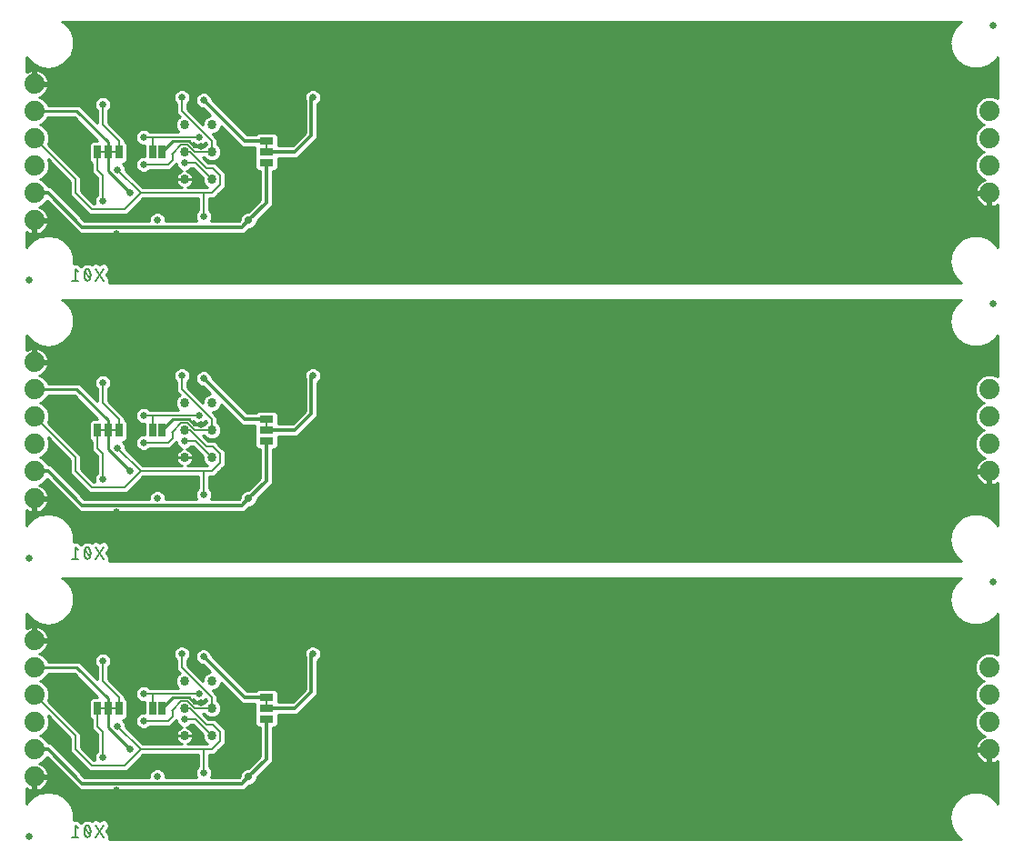
<source format=gbl>
G75*
%MOIN*%
%OFA0B0*%
%FSLAX25Y25*%
%IPPOS*%
%LPD*%
%AMOC8*
5,1,8,0,0,1.08239X$1,22.5*
%
%ADD10C,0.00800*%
%ADD11R,0.02500X0.05000*%
%ADD12R,0.01600X0.01000*%
%ADD13C,0.07400*%
%ADD14C,0.02500*%
%ADD15C,0.03400*%
%ADD16R,0.05000X0.02500*%
%ADD17R,0.01000X0.01600*%
%ADD18C,0.02600*%
%ADD19C,0.01200*%
%ADD20C,0.01000*%
%ADD21C,0.00600*%
%ADD22C,0.02900*%
D10*
X0047467Y0031650D02*
X0049800Y0031650D01*
X0048633Y0031650D02*
X0048633Y0035850D01*
X0049800Y0034917D01*
X0054300Y0033750D02*
X0054298Y0033638D01*
X0054293Y0033526D01*
X0054284Y0033414D01*
X0054271Y0033303D01*
X0054255Y0033192D01*
X0054235Y0033081D01*
X0054211Y0032972D01*
X0054184Y0032863D01*
X0054154Y0032755D01*
X0054120Y0032648D01*
X0054083Y0032542D01*
X0054042Y0032438D01*
X0053998Y0032335D01*
X0053950Y0032233D01*
X0054067Y0032583D02*
X0052200Y0034917D01*
X0052317Y0035267D02*
X0052337Y0035320D01*
X0052360Y0035371D01*
X0052387Y0035420D01*
X0052417Y0035468D01*
X0052450Y0035514D01*
X0052485Y0035557D01*
X0052524Y0035598D01*
X0052565Y0035637D01*
X0052609Y0035673D01*
X0052655Y0035705D01*
X0052702Y0035735D01*
X0052752Y0035761D01*
X0052804Y0035785D01*
X0052856Y0035804D01*
X0052910Y0035821D01*
X0052965Y0035833D01*
X0053021Y0035843D01*
X0053077Y0035848D01*
X0053133Y0035850D01*
X0053189Y0035848D01*
X0053245Y0035843D01*
X0053301Y0035833D01*
X0053356Y0035821D01*
X0053410Y0035804D01*
X0053462Y0035785D01*
X0053514Y0035761D01*
X0053564Y0035735D01*
X0053611Y0035705D01*
X0053657Y0035672D01*
X0053701Y0035637D01*
X0053742Y0035598D01*
X0053781Y0035557D01*
X0053816Y0035514D01*
X0053849Y0035468D01*
X0053879Y0035420D01*
X0053906Y0035371D01*
X0053929Y0035320D01*
X0053949Y0035267D01*
X0052317Y0035267D02*
X0052269Y0035165D01*
X0052225Y0035062D01*
X0052184Y0034958D01*
X0052147Y0034852D01*
X0052113Y0034745D01*
X0052083Y0034637D01*
X0052056Y0034528D01*
X0052032Y0034419D01*
X0052012Y0034308D01*
X0051996Y0034197D01*
X0051983Y0034086D01*
X0051974Y0033974D01*
X0051969Y0033862D01*
X0051967Y0033750D01*
X0054300Y0033750D02*
X0054298Y0033862D01*
X0054293Y0033974D01*
X0054284Y0034086D01*
X0054271Y0034197D01*
X0054255Y0034308D01*
X0054235Y0034419D01*
X0054211Y0034528D01*
X0054184Y0034637D01*
X0054154Y0034745D01*
X0054120Y0034852D01*
X0054083Y0034958D01*
X0054042Y0035062D01*
X0053998Y0035165D01*
X0053950Y0035267D01*
X0051967Y0033750D02*
X0051969Y0033638D01*
X0051974Y0033526D01*
X0051983Y0033414D01*
X0051996Y0033303D01*
X0052012Y0033192D01*
X0052032Y0033081D01*
X0052056Y0032972D01*
X0052083Y0032863D01*
X0052113Y0032755D01*
X0052147Y0032648D01*
X0052184Y0032542D01*
X0052225Y0032438D01*
X0052269Y0032335D01*
X0052317Y0032233D01*
X0053133Y0031650D02*
X0053189Y0031652D01*
X0053245Y0031657D01*
X0053301Y0031667D01*
X0053356Y0031679D01*
X0053410Y0031696D01*
X0053462Y0031715D01*
X0053514Y0031739D01*
X0053564Y0031765D01*
X0053611Y0031795D01*
X0053657Y0031827D01*
X0053701Y0031863D01*
X0053742Y0031902D01*
X0053781Y0031943D01*
X0053816Y0031986D01*
X0053849Y0032032D01*
X0053879Y0032080D01*
X0053906Y0032129D01*
X0053929Y0032180D01*
X0053949Y0032233D01*
X0053133Y0031650D02*
X0053077Y0031652D01*
X0053021Y0031657D01*
X0052965Y0031667D01*
X0052910Y0031679D01*
X0052856Y0031696D01*
X0052804Y0031715D01*
X0052752Y0031739D01*
X0052702Y0031765D01*
X0052655Y0031795D01*
X0052609Y0031827D01*
X0052565Y0031863D01*
X0052524Y0031902D01*
X0052485Y0031943D01*
X0052450Y0031986D01*
X0052417Y0032032D01*
X0052387Y0032080D01*
X0052360Y0032129D01*
X0052337Y0032180D01*
X0052317Y0032233D01*
X0056233Y0031650D02*
X0059033Y0035850D01*
X0056233Y0035850D02*
X0059033Y0031650D01*
X0059033Y0133650D02*
X0056233Y0137850D01*
X0051967Y0135750D02*
X0051969Y0135638D01*
X0051974Y0135526D01*
X0051983Y0135414D01*
X0051996Y0135303D01*
X0052012Y0135192D01*
X0052032Y0135081D01*
X0052056Y0134972D01*
X0052083Y0134863D01*
X0052113Y0134755D01*
X0052147Y0134648D01*
X0052184Y0134542D01*
X0052225Y0134438D01*
X0052269Y0134335D01*
X0052317Y0134233D01*
X0053133Y0133650D02*
X0053189Y0133652D01*
X0053245Y0133657D01*
X0053301Y0133667D01*
X0053356Y0133679D01*
X0053410Y0133696D01*
X0053462Y0133715D01*
X0053514Y0133739D01*
X0053564Y0133765D01*
X0053611Y0133795D01*
X0053657Y0133827D01*
X0053701Y0133863D01*
X0053742Y0133902D01*
X0053781Y0133943D01*
X0053816Y0133986D01*
X0053849Y0134032D01*
X0053879Y0134080D01*
X0053906Y0134129D01*
X0053929Y0134180D01*
X0053949Y0134233D01*
X0054067Y0134583D02*
X0052200Y0136917D01*
X0052317Y0137267D02*
X0052337Y0137320D01*
X0052360Y0137371D01*
X0052387Y0137420D01*
X0052417Y0137468D01*
X0052450Y0137514D01*
X0052485Y0137557D01*
X0052524Y0137598D01*
X0052565Y0137637D01*
X0052609Y0137673D01*
X0052655Y0137705D01*
X0052702Y0137735D01*
X0052752Y0137761D01*
X0052804Y0137785D01*
X0052856Y0137804D01*
X0052910Y0137821D01*
X0052965Y0137833D01*
X0053021Y0137843D01*
X0053077Y0137848D01*
X0053133Y0137850D01*
X0053189Y0137848D01*
X0053245Y0137843D01*
X0053301Y0137833D01*
X0053356Y0137821D01*
X0053410Y0137804D01*
X0053462Y0137785D01*
X0053514Y0137761D01*
X0053564Y0137735D01*
X0053611Y0137705D01*
X0053657Y0137672D01*
X0053701Y0137637D01*
X0053742Y0137598D01*
X0053781Y0137557D01*
X0053816Y0137514D01*
X0053849Y0137468D01*
X0053879Y0137420D01*
X0053906Y0137371D01*
X0053929Y0137320D01*
X0053949Y0137267D01*
X0052317Y0137267D02*
X0052269Y0137165D01*
X0052225Y0137062D01*
X0052184Y0136958D01*
X0052147Y0136852D01*
X0052113Y0136745D01*
X0052083Y0136637D01*
X0052056Y0136528D01*
X0052032Y0136419D01*
X0052012Y0136308D01*
X0051996Y0136197D01*
X0051983Y0136086D01*
X0051974Y0135974D01*
X0051969Y0135862D01*
X0051967Y0135750D01*
X0054300Y0135750D02*
X0054298Y0135862D01*
X0054293Y0135974D01*
X0054284Y0136086D01*
X0054271Y0136197D01*
X0054255Y0136308D01*
X0054235Y0136419D01*
X0054211Y0136528D01*
X0054184Y0136637D01*
X0054154Y0136745D01*
X0054120Y0136852D01*
X0054083Y0136958D01*
X0054042Y0137062D01*
X0053998Y0137165D01*
X0053950Y0137267D01*
X0052317Y0134233D02*
X0052337Y0134180D01*
X0052360Y0134129D01*
X0052387Y0134080D01*
X0052417Y0134032D01*
X0052450Y0133986D01*
X0052485Y0133943D01*
X0052524Y0133902D01*
X0052565Y0133863D01*
X0052609Y0133827D01*
X0052655Y0133795D01*
X0052702Y0133765D01*
X0052752Y0133739D01*
X0052804Y0133715D01*
X0052856Y0133696D01*
X0052910Y0133679D01*
X0052965Y0133667D01*
X0053021Y0133657D01*
X0053077Y0133652D01*
X0053133Y0133650D01*
X0056233Y0133650D02*
X0059033Y0137850D01*
X0054300Y0135750D02*
X0054298Y0135638D01*
X0054293Y0135526D01*
X0054284Y0135414D01*
X0054271Y0135303D01*
X0054255Y0135192D01*
X0054235Y0135081D01*
X0054211Y0134972D01*
X0054184Y0134863D01*
X0054154Y0134755D01*
X0054120Y0134648D01*
X0054083Y0134542D01*
X0054042Y0134438D01*
X0053998Y0134335D01*
X0053950Y0134233D01*
X0049800Y0133650D02*
X0047467Y0133650D01*
X0048633Y0133650D02*
X0048633Y0137850D01*
X0049800Y0136917D01*
X0049800Y0235650D02*
X0047467Y0235650D01*
X0048633Y0235650D02*
X0048633Y0239850D01*
X0049800Y0238917D01*
X0054300Y0237750D02*
X0054298Y0237638D01*
X0054293Y0237526D01*
X0054284Y0237414D01*
X0054271Y0237303D01*
X0054255Y0237192D01*
X0054235Y0237081D01*
X0054211Y0236972D01*
X0054184Y0236863D01*
X0054154Y0236755D01*
X0054120Y0236648D01*
X0054083Y0236542D01*
X0054042Y0236438D01*
X0053998Y0236335D01*
X0053950Y0236233D01*
X0054067Y0236583D02*
X0052200Y0238917D01*
X0052317Y0239267D02*
X0052337Y0239320D01*
X0052360Y0239371D01*
X0052387Y0239420D01*
X0052417Y0239468D01*
X0052450Y0239514D01*
X0052485Y0239557D01*
X0052524Y0239598D01*
X0052565Y0239637D01*
X0052609Y0239673D01*
X0052655Y0239705D01*
X0052702Y0239735D01*
X0052752Y0239761D01*
X0052804Y0239785D01*
X0052856Y0239804D01*
X0052910Y0239821D01*
X0052965Y0239833D01*
X0053021Y0239843D01*
X0053077Y0239848D01*
X0053133Y0239850D01*
X0053189Y0239848D01*
X0053245Y0239843D01*
X0053301Y0239833D01*
X0053356Y0239821D01*
X0053410Y0239804D01*
X0053462Y0239785D01*
X0053514Y0239761D01*
X0053564Y0239735D01*
X0053611Y0239705D01*
X0053657Y0239672D01*
X0053701Y0239637D01*
X0053742Y0239598D01*
X0053781Y0239557D01*
X0053816Y0239514D01*
X0053849Y0239468D01*
X0053879Y0239420D01*
X0053906Y0239371D01*
X0053929Y0239320D01*
X0053949Y0239267D01*
X0052317Y0239267D02*
X0052269Y0239165D01*
X0052225Y0239062D01*
X0052184Y0238958D01*
X0052147Y0238852D01*
X0052113Y0238745D01*
X0052083Y0238637D01*
X0052056Y0238528D01*
X0052032Y0238419D01*
X0052012Y0238308D01*
X0051996Y0238197D01*
X0051983Y0238086D01*
X0051974Y0237974D01*
X0051969Y0237862D01*
X0051967Y0237750D01*
X0054300Y0237750D02*
X0054298Y0237862D01*
X0054293Y0237974D01*
X0054284Y0238086D01*
X0054271Y0238197D01*
X0054255Y0238308D01*
X0054235Y0238419D01*
X0054211Y0238528D01*
X0054184Y0238637D01*
X0054154Y0238745D01*
X0054120Y0238852D01*
X0054083Y0238958D01*
X0054042Y0239062D01*
X0053998Y0239165D01*
X0053950Y0239267D01*
X0051967Y0237750D02*
X0051969Y0237638D01*
X0051974Y0237526D01*
X0051983Y0237414D01*
X0051996Y0237303D01*
X0052012Y0237192D01*
X0052032Y0237081D01*
X0052056Y0236972D01*
X0052083Y0236863D01*
X0052113Y0236755D01*
X0052147Y0236648D01*
X0052184Y0236542D01*
X0052225Y0236438D01*
X0052269Y0236335D01*
X0052317Y0236233D01*
X0053133Y0235650D02*
X0053189Y0235652D01*
X0053245Y0235657D01*
X0053301Y0235667D01*
X0053356Y0235679D01*
X0053410Y0235696D01*
X0053462Y0235715D01*
X0053514Y0235739D01*
X0053564Y0235765D01*
X0053611Y0235795D01*
X0053657Y0235827D01*
X0053701Y0235863D01*
X0053742Y0235902D01*
X0053781Y0235943D01*
X0053816Y0235986D01*
X0053849Y0236032D01*
X0053879Y0236080D01*
X0053906Y0236129D01*
X0053929Y0236180D01*
X0053949Y0236233D01*
X0053133Y0235650D02*
X0053077Y0235652D01*
X0053021Y0235657D01*
X0052965Y0235667D01*
X0052910Y0235679D01*
X0052856Y0235696D01*
X0052804Y0235715D01*
X0052752Y0235739D01*
X0052702Y0235765D01*
X0052655Y0235795D01*
X0052609Y0235827D01*
X0052565Y0235863D01*
X0052524Y0235902D01*
X0052485Y0235943D01*
X0052450Y0235986D01*
X0052417Y0236032D01*
X0052387Y0236080D01*
X0052360Y0236129D01*
X0052337Y0236180D01*
X0052317Y0236233D01*
X0056233Y0235650D02*
X0059033Y0239850D01*
X0056233Y0239850D02*
X0059033Y0235650D01*
D11*
X0060750Y0282750D03*
X0056750Y0282750D03*
X0064750Y0282750D03*
X0077150Y0282750D03*
X0080350Y0282750D03*
X0080350Y0180750D03*
X0077150Y0180750D03*
X0064750Y0180750D03*
X0060750Y0180750D03*
X0056750Y0180750D03*
X0056750Y0078750D03*
X0060750Y0078750D03*
X0064750Y0078750D03*
X0077150Y0078750D03*
X0080350Y0078750D03*
D12*
X0062750Y0078750D03*
X0058750Y0078750D03*
X0058750Y0180750D03*
X0062750Y0180750D03*
X0062750Y0282750D03*
X0058750Y0282750D03*
D13*
X0033750Y0277750D03*
X0033750Y0287750D03*
X0033750Y0297750D03*
X0033750Y0307750D03*
X0033750Y0267750D03*
X0033750Y0257750D03*
X0033750Y0205750D03*
X0033750Y0195750D03*
X0033750Y0185750D03*
X0033750Y0175750D03*
X0033750Y0165750D03*
X0033750Y0155750D03*
X0033750Y0103750D03*
X0033750Y0093750D03*
X0033750Y0083750D03*
X0033750Y0073750D03*
X0033750Y0063750D03*
X0033750Y0053750D03*
X0383750Y0063750D03*
X0383750Y0073750D03*
X0383750Y0083750D03*
X0383750Y0093750D03*
X0383750Y0165750D03*
X0383750Y0175750D03*
X0383750Y0185750D03*
X0383750Y0195750D03*
X0383750Y0267750D03*
X0383750Y0277750D03*
X0383750Y0287750D03*
X0383750Y0297750D03*
D14*
X0031750Y0031750D03*
X0031750Y0133750D03*
X0031750Y0235750D03*
X0385250Y0227250D03*
X0385250Y0125250D03*
X0385250Y0329250D03*
D15*
X0098750Y0292750D03*
X0098750Y0282750D03*
X0088750Y0282750D03*
X0088750Y0292750D03*
X0088750Y0272750D03*
X0098750Y0272750D03*
X0098750Y0190750D03*
X0098750Y0180750D03*
X0088750Y0180750D03*
X0088750Y0190750D03*
X0088750Y0170750D03*
X0098750Y0170750D03*
X0098750Y0088750D03*
X0088750Y0088750D03*
X0088750Y0078750D03*
X0088750Y0068750D03*
X0098750Y0068750D03*
X0098750Y0078750D03*
D16*
X0118750Y0078750D03*
X0118750Y0074750D03*
X0118750Y0082750D03*
X0118750Y0176750D03*
X0118750Y0180750D03*
X0118750Y0184750D03*
X0118750Y0278750D03*
X0118750Y0282750D03*
X0118750Y0286750D03*
D17*
X0118750Y0284750D03*
X0118750Y0182750D03*
X0118750Y0080750D03*
D18*
X0114250Y0086250D03*
X0094194Y0084194D03*
X0094650Y0080994D03*
X0088750Y0074750D03*
X0101750Y0062750D03*
X0095750Y0055250D03*
X0087750Y0042750D03*
X0078750Y0053750D03*
X0076750Y0058750D03*
X0068750Y0063750D03*
X0066750Y0054750D03*
X0063750Y0048750D03*
X0058750Y0060750D03*
X0052250Y0067750D03*
X0064250Y0072250D03*
X0073750Y0074250D03*
X0073694Y0084194D03*
X0073750Y0093750D03*
X0087750Y0098750D03*
X0095719Y0097750D03*
X0099750Y0101750D03*
X0135750Y0098750D03*
X0087750Y0144750D03*
X0078750Y0155750D03*
X0076750Y0160750D03*
X0068750Y0165750D03*
X0066750Y0156750D03*
X0063750Y0150750D03*
X0058750Y0162750D03*
X0052250Y0169750D03*
X0064250Y0174250D03*
X0073750Y0176250D03*
X0073694Y0186194D03*
X0073750Y0195750D03*
X0087750Y0200750D03*
X0095719Y0199750D03*
X0099750Y0203750D03*
X0094194Y0186194D03*
X0094650Y0182994D03*
X0088750Y0176750D03*
X0101750Y0164750D03*
X0095750Y0157250D03*
X0108750Y0149750D03*
X0114250Y0188250D03*
X0135750Y0200750D03*
X0087750Y0246750D03*
X0078750Y0257750D03*
X0076750Y0262750D03*
X0068750Y0267750D03*
X0066750Y0258750D03*
X0063750Y0252750D03*
X0058750Y0264750D03*
X0052250Y0271750D03*
X0064250Y0276250D03*
X0073750Y0278250D03*
X0073694Y0288194D03*
X0073750Y0297750D03*
X0087750Y0302750D03*
X0095719Y0301750D03*
X0099750Y0305750D03*
X0114250Y0290250D03*
X0094194Y0288194D03*
X0094650Y0284994D03*
X0088750Y0278750D03*
X0101750Y0266750D03*
X0095750Y0259250D03*
X0108750Y0251750D03*
X0058750Y0300250D03*
X0135750Y0302750D03*
X0058750Y0198250D03*
X0058750Y0096250D03*
X0108750Y0047750D03*
D19*
X0109750Y0051250D02*
X0112250Y0053750D01*
X0118750Y0060250D01*
X0118750Y0074750D01*
X0118750Y0078750D02*
X0129250Y0078750D01*
X0135250Y0084750D01*
X0135250Y0098250D01*
X0135750Y0098750D01*
X0118750Y0082750D02*
X0110719Y0082750D01*
X0095719Y0097750D01*
X0109750Y0051250D02*
X0051250Y0051250D01*
X0038750Y0063750D01*
X0033750Y0063750D01*
X0051250Y0153250D02*
X0038750Y0165750D01*
X0033750Y0165750D01*
X0051250Y0153250D02*
X0109750Y0153250D01*
X0112250Y0155750D01*
X0118750Y0162250D01*
X0118750Y0176750D01*
X0118750Y0180750D02*
X0129250Y0180750D01*
X0135250Y0186750D01*
X0135250Y0200250D01*
X0135750Y0200750D01*
X0118750Y0184750D02*
X0110719Y0184750D01*
X0095719Y0199750D01*
X0109750Y0255250D02*
X0051250Y0255250D01*
X0038750Y0267750D01*
X0033750Y0267750D01*
X0095719Y0301750D02*
X0110719Y0286750D01*
X0118750Y0286750D01*
X0118750Y0282750D02*
X0129250Y0282750D01*
X0135250Y0288750D01*
X0135250Y0302250D01*
X0135750Y0302750D01*
X0118750Y0278750D02*
X0118750Y0264250D01*
X0112250Y0257750D01*
X0109750Y0255250D01*
D20*
X0111168Y0253415D02*
X0386650Y0253415D01*
X0386650Y0252417D02*
X0030850Y0252417D01*
X0031025Y0253303D02*
X0031754Y0252931D01*
X0032532Y0252678D01*
X0033250Y0252564D01*
X0033250Y0257250D01*
X0034250Y0257250D01*
X0034250Y0258250D01*
X0038936Y0258250D01*
X0038822Y0258968D01*
X0038569Y0259746D01*
X0038197Y0260475D01*
X0037716Y0261138D01*
X0037138Y0261716D01*
X0036475Y0262197D01*
X0035746Y0262569D01*
X0035526Y0262641D01*
X0036809Y0263172D01*
X0038328Y0264691D01*
X0038395Y0264853D01*
X0050297Y0252950D01*
X0110703Y0252950D01*
X0112353Y0254600D01*
X0112877Y0254600D01*
X0114034Y0255080D01*
X0114920Y0255966D01*
X0115400Y0257123D01*
X0115400Y0257647D01*
X0121050Y0263297D01*
X0121050Y0275800D01*
X0121954Y0275800D01*
X0122950Y0276796D01*
X0122950Y0280450D01*
X0130203Y0280450D01*
X0137550Y0287797D01*
X0137550Y0289703D01*
X0137550Y0300307D01*
X0138293Y0301051D01*
X0138750Y0302153D01*
X0138750Y0303347D01*
X0138293Y0304449D01*
X0137449Y0305293D01*
X0136347Y0305750D01*
X0135153Y0305750D01*
X0134051Y0305293D01*
X0133207Y0304449D01*
X0132750Y0303347D01*
X0132750Y0302153D01*
X0132950Y0301670D01*
X0132950Y0289703D01*
X0128297Y0285050D01*
X0122950Y0285050D01*
X0122950Y0288704D01*
X0121954Y0289700D01*
X0115546Y0289700D01*
X0114896Y0289050D01*
X0111671Y0289050D01*
X0098718Y0302003D01*
X0098718Y0302347D01*
X0098262Y0303449D01*
X0097418Y0304293D01*
X0096315Y0304750D01*
X0095122Y0304750D01*
X0094019Y0304293D01*
X0093175Y0303449D01*
X0092719Y0302347D01*
X0092719Y0301153D01*
X0093175Y0300051D01*
X0094019Y0299207D01*
X0095122Y0298750D01*
X0095466Y0298750D01*
X0098068Y0296148D01*
X0096824Y0295632D01*
X0095868Y0294676D01*
X0095350Y0293426D01*
X0095350Y0292978D01*
X0089750Y0298578D01*
X0089750Y0300507D01*
X0090293Y0301051D01*
X0090750Y0302153D01*
X0090750Y0303347D01*
X0090293Y0304449D01*
X0089449Y0305293D01*
X0088347Y0305750D01*
X0087153Y0305750D01*
X0086051Y0305293D01*
X0085207Y0304449D01*
X0084750Y0303347D01*
X0084750Y0302153D01*
X0085207Y0301051D01*
X0085750Y0300507D01*
X0085750Y0296922D01*
X0086976Y0295695D01*
X0086824Y0295632D01*
X0085868Y0294676D01*
X0085350Y0293426D01*
X0085350Y0292074D01*
X0085868Y0290824D01*
X0086497Y0290194D01*
X0075937Y0290194D01*
X0075394Y0290738D01*
X0074291Y0291194D01*
X0073098Y0291194D01*
X0071995Y0290738D01*
X0071151Y0289894D01*
X0070694Y0288791D01*
X0070694Y0287598D01*
X0071151Y0286495D01*
X0071995Y0285651D01*
X0073098Y0285194D01*
X0074200Y0285194D01*
X0074200Y0281250D01*
X0073153Y0281250D01*
X0072051Y0280793D01*
X0071207Y0279949D01*
X0070750Y0278847D01*
X0070750Y0277653D01*
X0071207Y0276551D01*
X0072051Y0275707D01*
X0073153Y0275250D01*
X0074347Y0275250D01*
X0075449Y0275707D01*
X0075993Y0276250D01*
X0083578Y0276250D01*
X0085750Y0278422D01*
X0085750Y0278153D01*
X0086207Y0277051D01*
X0087051Y0276207D01*
X0087918Y0275847D01*
X0087817Y0275827D01*
X0087234Y0275586D01*
X0086710Y0275236D01*
X0086264Y0274790D01*
X0085914Y0274266D01*
X0085673Y0273683D01*
X0085550Y0273065D01*
X0085550Y0272750D01*
X0088750Y0272750D01*
X0091950Y0272750D01*
X0091950Y0273065D01*
X0091827Y0273683D01*
X0091586Y0274266D01*
X0091236Y0274790D01*
X0090790Y0275236D01*
X0090266Y0275586D01*
X0089683Y0275827D01*
X0089582Y0275847D01*
X0090449Y0276207D01*
X0090993Y0276750D01*
X0091922Y0276750D01*
X0095350Y0273322D01*
X0095350Y0272074D01*
X0095868Y0270824D01*
X0096824Y0269868D01*
X0097108Y0269750D01*
X0089869Y0269750D01*
X0090266Y0269914D01*
X0090790Y0270264D01*
X0091236Y0270710D01*
X0091586Y0271234D01*
X0091827Y0271817D01*
X0091950Y0272435D01*
X0091950Y0272750D01*
X0088750Y0272750D01*
X0088750Y0272750D01*
X0088750Y0272750D01*
X0085550Y0272750D01*
X0085550Y0272435D01*
X0085673Y0271817D01*
X0085914Y0271234D01*
X0086264Y0270710D01*
X0086710Y0270264D01*
X0087234Y0269914D01*
X0087631Y0269750D01*
X0073578Y0269750D01*
X0067250Y0276078D01*
X0067250Y0276847D01*
X0066793Y0277949D01*
X0066193Y0278550D01*
X0066704Y0278550D01*
X0067700Y0279546D01*
X0067700Y0285954D01*
X0066750Y0286904D01*
X0066750Y0287578D01*
X0060750Y0293578D01*
X0060750Y0298007D01*
X0061293Y0298551D01*
X0061750Y0299653D01*
X0061750Y0300847D01*
X0061293Y0301949D01*
X0060449Y0302793D01*
X0059347Y0303250D01*
X0058153Y0303250D01*
X0057051Y0302793D01*
X0056207Y0301949D01*
X0055750Y0300847D01*
X0055750Y0299653D01*
X0056207Y0298551D01*
X0056750Y0298007D01*
X0056750Y0293361D01*
X0051450Y0298661D01*
X0050161Y0299950D01*
X0038684Y0299950D01*
X0038328Y0300809D01*
X0036809Y0302328D01*
X0035526Y0302859D01*
X0035746Y0302931D01*
X0036475Y0303303D01*
X0037138Y0303784D01*
X0037716Y0304362D01*
X0038197Y0305025D01*
X0038569Y0305754D01*
X0038822Y0306532D01*
X0038936Y0307250D01*
X0034250Y0307250D01*
X0034250Y0308250D01*
X0033250Y0308250D01*
X0033250Y0312936D01*
X0032532Y0312822D01*
X0031754Y0312569D01*
X0031025Y0312197D01*
X0030850Y0312071D01*
X0030850Y0317541D01*
X0032615Y0315438D01*
X0035485Y0313781D01*
X0035485Y0313781D01*
X0038750Y0313205D01*
X0042015Y0313781D01*
X0044885Y0315438D01*
X0044885Y0315438D01*
X0047016Y0317977D01*
X0047016Y0317977D01*
X0048150Y0321093D01*
X0048150Y0324407D01*
X0047016Y0327522D01*
X0047016Y0327523D01*
X0044885Y0330062D01*
X0043867Y0330650D01*
X0373541Y0330650D01*
X0371438Y0328885D01*
X0369781Y0326015D01*
X0369205Y0322750D01*
X0369205Y0322750D01*
X0369781Y0319485D01*
X0371438Y0316615D01*
X0371438Y0316615D01*
X0373977Y0314484D01*
X0373977Y0314484D01*
X0377093Y0313350D01*
X0380407Y0313350D01*
X0383522Y0314484D01*
X0383523Y0314484D01*
X0386062Y0316615D01*
X0386650Y0317633D01*
X0386650Y0302394D01*
X0384824Y0303150D01*
X0382676Y0303150D01*
X0380691Y0302328D01*
X0379172Y0300809D01*
X0378350Y0298824D01*
X0378350Y0296676D01*
X0379172Y0294691D01*
X0380691Y0293172D01*
X0381710Y0292750D01*
X0380691Y0292328D01*
X0379172Y0290809D01*
X0378350Y0288824D01*
X0378350Y0286676D01*
X0379172Y0284691D01*
X0380691Y0283172D01*
X0381710Y0282750D01*
X0380691Y0282328D01*
X0379172Y0280809D01*
X0378350Y0278824D01*
X0378350Y0276676D01*
X0379172Y0274691D01*
X0380691Y0273172D01*
X0381974Y0272641D01*
X0381754Y0272569D01*
X0381025Y0272197D01*
X0380362Y0271716D01*
X0379784Y0271138D01*
X0379303Y0270475D01*
X0378931Y0269746D01*
X0378678Y0268968D01*
X0378564Y0268250D01*
X0383250Y0268250D01*
X0383250Y0267250D01*
X0384250Y0267250D01*
X0384250Y0262564D01*
X0384968Y0262678D01*
X0385746Y0262931D01*
X0386475Y0263303D01*
X0386650Y0263429D01*
X0386650Y0247867D01*
X0386062Y0248885D01*
X0386062Y0248885D01*
X0383523Y0251016D01*
X0383522Y0251016D01*
X0380407Y0252150D01*
X0377093Y0252150D01*
X0373977Y0251016D01*
X0371438Y0248885D01*
X0369781Y0246015D01*
X0369205Y0242750D01*
X0369205Y0242750D01*
X0369781Y0239485D01*
X0371438Y0236615D01*
X0371438Y0236615D01*
X0373541Y0234850D01*
X0061015Y0234850D01*
X0061263Y0236091D01*
X0060157Y0237750D01*
X0061263Y0239409D01*
X0060922Y0241115D01*
X0059474Y0242080D01*
X0057769Y0241739D01*
X0057633Y0241536D01*
X0057498Y0241739D01*
X0055792Y0242080D01*
X0054814Y0241428D01*
X0054083Y0241950D01*
X0052184Y0241950D01*
X0050697Y0240888D01*
X0050036Y0241417D01*
X0049503Y0241950D01*
X0049370Y0241950D01*
X0049266Y0242033D01*
X0048517Y0241950D01*
X0048150Y0241950D01*
X0048150Y0244407D01*
X0047016Y0247522D01*
X0047016Y0247523D01*
X0044885Y0250062D01*
X0042015Y0251719D01*
X0042015Y0251719D01*
X0038750Y0252295D01*
X0035485Y0251719D01*
X0032615Y0250062D01*
X0032615Y0250062D01*
X0030850Y0247959D01*
X0030850Y0253429D01*
X0031025Y0253303D01*
X0030870Y0253415D02*
X0030850Y0253415D01*
X0030850Y0251418D02*
X0034963Y0251418D01*
X0035485Y0251719D02*
X0035485Y0251719D01*
X0034968Y0252678D02*
X0035746Y0252931D01*
X0036475Y0253303D01*
X0037138Y0253784D01*
X0037716Y0254362D01*
X0038197Y0255025D01*
X0038569Y0255754D01*
X0038822Y0256532D01*
X0038936Y0257250D01*
X0034250Y0257250D01*
X0034250Y0252564D01*
X0034968Y0252678D01*
X0034250Y0253415D02*
X0033250Y0253415D01*
X0033250Y0254414D02*
X0034250Y0254414D01*
X0034250Y0255412D02*
X0033250Y0255412D01*
X0033250Y0256411D02*
X0034250Y0256411D01*
X0034250Y0257409D02*
X0045838Y0257409D01*
X0044840Y0258408D02*
X0038911Y0258408D01*
X0038679Y0259406D02*
X0043841Y0259406D01*
X0042843Y0260405D02*
X0038233Y0260405D01*
X0037451Y0261403D02*
X0041844Y0261403D01*
X0040846Y0262402D02*
X0036075Y0262402D01*
X0037037Y0263400D02*
X0039847Y0263400D01*
X0038849Y0264399D02*
X0038035Y0264399D01*
X0041360Y0268393D02*
X0046750Y0268393D01*
X0046750Y0269391D02*
X0040361Y0269391D01*
X0039703Y0270050D02*
X0038642Y0270050D01*
X0038328Y0270809D01*
X0036809Y0272328D01*
X0035790Y0272750D01*
X0036809Y0273172D01*
X0038328Y0274691D01*
X0039150Y0276676D01*
X0039150Y0278824D01*
X0038657Y0280015D01*
X0046750Y0271922D01*
X0046750Y0266922D01*
X0053922Y0259750D01*
X0067578Y0259750D01*
X0068750Y0260922D01*
X0073578Y0265750D01*
X0093750Y0265750D01*
X0093750Y0261493D01*
X0093207Y0260949D01*
X0092750Y0259847D01*
X0092750Y0258653D01*
X0093207Y0257551D01*
X0093207Y0257550D01*
X0081750Y0257550D01*
X0081750Y0258347D01*
X0081293Y0259449D01*
X0080449Y0260293D01*
X0079347Y0260750D01*
X0078153Y0260750D01*
X0077051Y0260293D01*
X0076207Y0259449D01*
X0075750Y0258347D01*
X0075750Y0257550D01*
X0052203Y0257550D01*
X0039703Y0270050D01*
X0038501Y0270390D02*
X0046750Y0270390D01*
X0046750Y0271388D02*
X0037748Y0271388D01*
X0036667Y0272387D02*
X0046285Y0272387D01*
X0045286Y0273385D02*
X0037022Y0273385D01*
X0038021Y0274384D02*
X0044288Y0274384D01*
X0043289Y0275382D02*
X0038614Y0275382D01*
X0039028Y0276381D02*
X0042291Y0276381D01*
X0041292Y0277379D02*
X0039150Y0277379D01*
X0039150Y0278378D02*
X0040294Y0278378D01*
X0039295Y0279376D02*
X0038921Y0279376D01*
X0041957Y0282372D02*
X0053800Y0282372D01*
X0053800Y0283370D02*
X0040958Y0283370D01*
X0039960Y0284369D02*
X0053800Y0284369D01*
X0053800Y0285367D02*
X0038961Y0285367D01*
X0038711Y0285617D02*
X0039150Y0286676D01*
X0039150Y0288824D01*
X0038328Y0290809D01*
X0036809Y0292328D01*
X0035790Y0292750D01*
X0036809Y0293172D01*
X0038328Y0294691D01*
X0038684Y0295550D01*
X0048339Y0295550D01*
X0056939Y0286950D01*
X0054796Y0286950D01*
X0053800Y0285954D01*
X0053800Y0279546D01*
X0054750Y0278596D01*
X0054750Y0275422D01*
X0055922Y0274250D01*
X0056750Y0273422D01*
X0056750Y0266993D01*
X0056207Y0266449D01*
X0055750Y0265347D01*
X0055750Y0264153D01*
X0055917Y0263750D01*
X0055578Y0263750D01*
X0050750Y0268578D01*
X0050750Y0273578D01*
X0038711Y0285617D01*
X0039022Y0286366D02*
X0054212Y0286366D01*
X0055526Y0288363D02*
X0039150Y0288363D01*
X0039150Y0287364D02*
X0056524Y0287364D01*
X0054527Y0289361D02*
X0038927Y0289361D01*
X0038514Y0290360D02*
X0053529Y0290360D01*
X0052530Y0291358D02*
X0037778Y0291358D01*
X0036739Y0292357D02*
X0051532Y0292357D01*
X0050533Y0293355D02*
X0036992Y0293355D01*
X0037991Y0294354D02*
X0049535Y0294354D01*
X0048536Y0295353D02*
X0038602Y0295353D01*
X0038520Y0300345D02*
X0055750Y0300345D01*
X0055877Y0299347D02*
X0050765Y0299347D01*
X0051763Y0298348D02*
X0056409Y0298348D01*
X0056750Y0297350D02*
X0052762Y0297350D01*
X0053760Y0296351D02*
X0056750Y0296351D01*
X0056750Y0295353D02*
X0054759Y0295353D01*
X0055757Y0294354D02*
X0056750Y0294354D01*
X0060750Y0294354D02*
X0085734Y0294354D01*
X0085350Y0293355D02*
X0060973Y0293355D01*
X0061971Y0292357D02*
X0085350Y0292357D01*
X0085646Y0291358D02*
X0062970Y0291358D01*
X0063968Y0290360D02*
X0071617Y0290360D01*
X0070931Y0289361D02*
X0064967Y0289361D01*
X0065965Y0288363D02*
X0070694Y0288363D01*
X0070791Y0287364D02*
X0066750Y0287364D01*
X0067288Y0286366D02*
X0071280Y0286366D01*
X0072680Y0285367D02*
X0067700Y0285367D01*
X0067700Y0284369D02*
X0074200Y0284369D01*
X0074200Y0283370D02*
X0067700Y0283370D01*
X0067700Y0282372D02*
X0074200Y0282372D01*
X0074200Y0281373D02*
X0067700Y0281373D01*
X0067700Y0280375D02*
X0071632Y0280375D01*
X0070969Y0279376D02*
X0067530Y0279376D01*
X0066365Y0278378D02*
X0070750Y0278378D01*
X0070863Y0277379D02*
X0067029Y0277379D01*
X0067250Y0276381D02*
X0071377Y0276381D01*
X0072834Y0275382D02*
X0067946Y0275382D01*
X0068945Y0274384D02*
X0085993Y0274384D01*
X0085614Y0273385D02*
X0069943Y0273385D01*
X0070942Y0272387D02*
X0085560Y0272387D01*
X0085850Y0271388D02*
X0071940Y0271388D01*
X0072939Y0270390D02*
X0086585Y0270390D01*
X0090915Y0270390D02*
X0096302Y0270390D01*
X0095634Y0271388D02*
X0091650Y0271388D01*
X0091940Y0272387D02*
X0095350Y0272387D01*
X0095286Y0273385D02*
X0091886Y0273385D01*
X0091507Y0274384D02*
X0094288Y0274384D01*
X0093289Y0275382D02*
X0090570Y0275382D01*
X0090623Y0276381D02*
X0092291Y0276381D01*
X0095933Y0280375D02*
X0096317Y0280375D01*
X0095942Y0280750D02*
X0096824Y0279868D01*
X0098074Y0279350D01*
X0099426Y0279350D01*
X0100676Y0279868D01*
X0101632Y0280824D01*
X0102150Y0282074D01*
X0102150Y0283426D01*
X0101632Y0284676D01*
X0100750Y0285558D01*
X0100750Y0287578D01*
X0099578Y0288750D01*
X0098978Y0289350D01*
X0099426Y0289350D01*
X0100676Y0289868D01*
X0101632Y0290824D01*
X0102148Y0292068D01*
X0109766Y0284450D01*
X0114550Y0284450D01*
X0114550Y0280796D01*
X0114596Y0280750D01*
X0114550Y0280704D01*
X0114550Y0276796D01*
X0115546Y0275800D01*
X0116450Y0275800D01*
X0116450Y0265203D01*
X0112147Y0260900D01*
X0111623Y0260900D01*
X0110466Y0260420D01*
X0109580Y0259534D01*
X0109100Y0258377D01*
X0109100Y0257853D01*
X0108797Y0257550D01*
X0098293Y0257550D01*
X0098293Y0257551D01*
X0098750Y0258653D01*
X0098750Y0259847D01*
X0098293Y0260949D01*
X0097750Y0261493D01*
X0097750Y0265750D01*
X0099578Y0265750D01*
X0100750Y0266922D01*
X0103750Y0269922D01*
X0103750Y0275078D01*
X0100078Y0278750D01*
X0097558Y0278750D01*
X0095558Y0280750D01*
X0095942Y0280750D01*
X0096932Y0279376D02*
X0098010Y0279376D01*
X0099490Y0279376D02*
X0114550Y0279376D01*
X0114550Y0278378D02*
X0100451Y0278378D01*
X0101449Y0277379D02*
X0114550Y0277379D01*
X0114965Y0276381D02*
X0102448Y0276381D01*
X0103446Y0275382D02*
X0116450Y0275382D01*
X0116450Y0274384D02*
X0103750Y0274384D01*
X0103750Y0273385D02*
X0116450Y0273385D01*
X0116450Y0272387D02*
X0103750Y0272387D01*
X0103750Y0271388D02*
X0116450Y0271388D01*
X0116450Y0270390D02*
X0103750Y0270390D01*
X0103220Y0269391D02*
X0116450Y0269391D01*
X0116450Y0268393D02*
X0102221Y0268393D01*
X0101223Y0267394D02*
X0116450Y0267394D01*
X0116450Y0266396D02*
X0100224Y0266396D01*
X0097750Y0265397D02*
X0116450Y0265397D01*
X0115646Y0264399D02*
X0097750Y0264399D01*
X0097750Y0263400D02*
X0114647Y0263400D01*
X0113649Y0262402D02*
X0097750Y0262402D01*
X0097839Y0261403D02*
X0112650Y0261403D01*
X0110450Y0260405D02*
X0098519Y0260405D01*
X0098750Y0259406D02*
X0109526Y0259406D01*
X0109113Y0258408D02*
X0098648Y0258408D01*
X0093661Y0261403D02*
X0069232Y0261403D01*
X0070230Y0262402D02*
X0093750Y0262402D01*
X0093750Y0263400D02*
X0071229Y0263400D01*
X0072227Y0264399D02*
X0093750Y0264399D01*
X0093750Y0265397D02*
X0073226Y0265397D01*
X0068750Y0267750D02*
X0060750Y0275750D01*
X0060750Y0282750D01*
X0060650Y0282850D01*
X0060650Y0286350D01*
X0049250Y0297750D01*
X0033750Y0297750D01*
X0045750Y0297750D01*
X0047250Y0297750D01*
X0055956Y0301344D02*
X0037793Y0301344D01*
X0036775Y0302342D02*
X0056599Y0302342D01*
X0060901Y0302342D02*
X0084750Y0302342D01*
X0084750Y0303341D02*
X0036528Y0303341D01*
X0037693Y0304339D02*
X0085161Y0304339D01*
X0086158Y0305338D02*
X0038357Y0305338D01*
X0038758Y0306336D02*
X0386650Y0306336D01*
X0386650Y0305338D02*
X0137342Y0305338D01*
X0138339Y0304339D02*
X0386650Y0304339D01*
X0386650Y0303341D02*
X0138750Y0303341D01*
X0138750Y0302342D02*
X0380725Y0302342D01*
X0379707Y0301344D02*
X0138415Y0301344D01*
X0137588Y0300345D02*
X0378980Y0300345D01*
X0378566Y0299347D02*
X0137550Y0299347D01*
X0137550Y0298348D02*
X0378350Y0298348D01*
X0378350Y0297350D02*
X0137550Y0297350D01*
X0137550Y0296351D02*
X0378485Y0296351D01*
X0378898Y0295353D02*
X0137550Y0295353D01*
X0137550Y0294354D02*
X0379509Y0294354D01*
X0380508Y0293355D02*
X0137550Y0293355D01*
X0137550Y0292357D02*
X0380761Y0292357D01*
X0379722Y0291358D02*
X0137550Y0291358D01*
X0137550Y0290360D02*
X0378986Y0290360D01*
X0378573Y0289361D02*
X0137550Y0289361D01*
X0137550Y0288363D02*
X0378350Y0288363D01*
X0378350Y0287364D02*
X0137117Y0287364D01*
X0136119Y0286366D02*
X0378478Y0286366D01*
X0378892Y0285367D02*
X0135120Y0285367D01*
X0134122Y0284369D02*
X0379494Y0284369D01*
X0380493Y0283370D02*
X0133123Y0283370D01*
X0132125Y0282372D02*
X0380797Y0282372D01*
X0379737Y0281373D02*
X0131126Y0281373D01*
X0128615Y0285367D02*
X0122950Y0285367D01*
X0122950Y0286366D02*
X0129613Y0286366D01*
X0130612Y0287364D02*
X0122950Y0287364D01*
X0122950Y0288363D02*
X0131610Y0288363D01*
X0132609Y0289361D02*
X0122293Y0289361D01*
X0115207Y0289361D02*
X0111360Y0289361D01*
X0110361Y0290360D02*
X0132950Y0290360D01*
X0132950Y0291358D02*
X0109363Y0291358D01*
X0108364Y0292357D02*
X0132950Y0292357D01*
X0132950Y0293355D02*
X0107366Y0293355D01*
X0106367Y0294354D02*
X0132950Y0294354D01*
X0132950Y0295353D02*
X0105369Y0295353D01*
X0104370Y0296351D02*
X0132950Y0296351D01*
X0132950Y0297350D02*
X0103372Y0297350D01*
X0102373Y0298348D02*
X0132950Y0298348D01*
X0132950Y0299347D02*
X0101375Y0299347D01*
X0100376Y0300345D02*
X0132950Y0300345D01*
X0132950Y0301344D02*
X0099378Y0301344D01*
X0098718Y0302342D02*
X0132750Y0302342D01*
X0132750Y0303341D02*
X0098307Y0303341D01*
X0097307Y0304339D02*
X0133161Y0304339D01*
X0134158Y0305338D02*
X0089342Y0305338D01*
X0090339Y0304339D02*
X0094130Y0304339D01*
X0093130Y0303341D02*
X0090750Y0303341D01*
X0090750Y0302342D02*
X0092719Y0302342D01*
X0092719Y0301344D02*
X0090415Y0301344D01*
X0089750Y0300345D02*
X0093053Y0300345D01*
X0093879Y0299347D02*
X0089750Y0299347D01*
X0089980Y0298348D02*
X0095868Y0298348D01*
X0096866Y0297350D02*
X0090979Y0297350D01*
X0091977Y0296351D02*
X0097865Y0296351D01*
X0096544Y0295353D02*
X0092976Y0295353D01*
X0093974Y0294354D02*
X0095734Y0294354D01*
X0095350Y0293355D02*
X0094973Y0293355D01*
X0099454Y0289361D02*
X0104854Y0289361D01*
X0105853Y0288363D02*
X0099965Y0288363D01*
X0100750Y0287364D02*
X0106851Y0287364D01*
X0107850Y0286366D02*
X0100750Y0286366D01*
X0100941Y0285367D02*
X0108848Y0285367D01*
X0114550Y0284369D02*
X0101760Y0284369D01*
X0102150Y0283370D02*
X0114550Y0283370D01*
X0114550Y0282372D02*
X0102150Y0282372D01*
X0101860Y0281373D02*
X0114550Y0281373D01*
X0114550Y0280375D02*
X0101183Y0280375D01*
X0096750Y0285558D02*
X0095942Y0284750D01*
X0093255Y0284750D01*
X0091811Y0286194D01*
X0091952Y0286194D01*
X0092495Y0285651D01*
X0093598Y0285194D01*
X0094791Y0285194D01*
X0095894Y0285651D01*
X0096457Y0286214D01*
X0096750Y0285922D01*
X0096750Y0285558D01*
X0096559Y0285367D02*
X0095209Y0285367D01*
X0094650Y0284994D02*
X0092163Y0284994D01*
X0090407Y0286750D01*
X0084350Y0286750D01*
X0080350Y0282750D01*
X0085706Y0278378D02*
X0085750Y0278378D01*
X0086071Y0277379D02*
X0084708Y0277379D01*
X0083709Y0276381D02*
X0086877Y0276381D01*
X0086930Y0275382D02*
X0074666Y0275382D01*
X0092638Y0285367D02*
X0093180Y0285367D01*
X0086332Y0290360D02*
X0075771Y0290360D01*
X0086544Y0295353D02*
X0060750Y0295353D01*
X0060750Y0296351D02*
X0086321Y0296351D01*
X0085750Y0297350D02*
X0060750Y0297350D01*
X0061091Y0298348D02*
X0085750Y0298348D01*
X0085750Y0299347D02*
X0061623Y0299347D01*
X0061750Y0300345D02*
X0085750Y0300345D01*
X0085085Y0301344D02*
X0061544Y0301344D01*
X0045626Y0316321D02*
X0371788Y0316321D01*
X0371031Y0317320D02*
X0046464Y0317320D01*
X0047140Y0318318D02*
X0370454Y0318318D01*
X0369878Y0319317D02*
X0047504Y0319317D01*
X0047867Y0320315D02*
X0369634Y0320315D01*
X0369781Y0319485D02*
X0369781Y0319485D01*
X0369458Y0321314D02*
X0048150Y0321314D01*
X0048150Y0322312D02*
X0369282Y0322312D01*
X0369304Y0323311D02*
X0048150Y0323311D01*
X0048150Y0324309D02*
X0369480Y0324309D01*
X0369656Y0325308D02*
X0047822Y0325308D01*
X0047459Y0326306D02*
X0369949Y0326306D01*
X0369781Y0326015D02*
X0369781Y0326015D01*
X0370526Y0327305D02*
X0047095Y0327305D01*
X0046361Y0328303D02*
X0371102Y0328303D01*
X0371438Y0328885D02*
X0371438Y0328885D01*
X0371438Y0328885D01*
X0371934Y0329302D02*
X0045523Y0329302D01*
X0044885Y0330062D02*
X0044885Y0330062D01*
X0044885Y0330062D01*
X0044472Y0330300D02*
X0373124Y0330300D01*
X0386469Y0317320D02*
X0386650Y0317320D01*
X0386062Y0316615D02*
X0386062Y0316615D01*
X0386062Y0316615D01*
X0385712Y0316321D02*
X0386650Y0316321D01*
X0386650Y0315323D02*
X0384522Y0315323D01*
X0383084Y0314324D02*
X0386650Y0314324D01*
X0386650Y0313326D02*
X0039435Y0313326D01*
X0038750Y0313205D02*
X0038750Y0313205D01*
X0038065Y0313326D02*
X0030850Y0313326D01*
X0030850Y0314324D02*
X0034544Y0314324D01*
X0034250Y0312936D02*
X0034250Y0308250D01*
X0038936Y0308250D01*
X0038822Y0308968D01*
X0038569Y0309746D01*
X0038197Y0310475D01*
X0037716Y0311138D01*
X0037138Y0311716D01*
X0036475Y0312197D01*
X0035746Y0312569D01*
X0034968Y0312822D01*
X0034250Y0312936D01*
X0034250Y0312327D02*
X0033250Y0312327D01*
X0033250Y0311329D02*
X0034250Y0311329D01*
X0034250Y0310330D02*
X0033250Y0310330D01*
X0033250Y0309332D02*
X0034250Y0309332D01*
X0034250Y0308333D02*
X0033250Y0308333D01*
X0034250Y0307335D02*
X0386650Y0307335D01*
X0386650Y0308333D02*
X0038922Y0308333D01*
X0038704Y0309332D02*
X0386650Y0309332D01*
X0386650Y0310330D02*
X0038271Y0310330D01*
X0037525Y0311329D02*
X0386650Y0311329D01*
X0386650Y0312327D02*
X0036221Y0312327D01*
X0032814Y0315323D02*
X0030850Y0315323D01*
X0030850Y0316321D02*
X0031874Y0316321D01*
X0032615Y0315438D02*
X0032615Y0315438D01*
X0032615Y0315438D01*
X0031036Y0317320D02*
X0030850Y0317320D01*
X0030850Y0312327D02*
X0031279Y0312327D01*
X0042015Y0313781D02*
X0042015Y0313781D01*
X0042956Y0314324D02*
X0374416Y0314324D01*
X0372978Y0315323D02*
X0044686Y0315323D01*
X0042955Y0281373D02*
X0053800Y0281373D01*
X0053800Y0280375D02*
X0043954Y0280375D01*
X0044952Y0279376D02*
X0053969Y0279376D01*
X0054750Y0278378D02*
X0045951Y0278378D01*
X0046949Y0277379D02*
X0054750Y0277379D01*
X0054750Y0276381D02*
X0047948Y0276381D01*
X0048946Y0275382D02*
X0054789Y0275382D01*
X0055788Y0274384D02*
X0049945Y0274384D01*
X0050750Y0273385D02*
X0056750Y0273385D01*
X0056750Y0272387D02*
X0050750Y0272387D01*
X0050750Y0271388D02*
X0056750Y0271388D01*
X0056750Y0270390D02*
X0050750Y0270390D01*
X0050750Y0269391D02*
X0056750Y0269391D01*
X0056750Y0268393D02*
X0050936Y0268393D01*
X0051934Y0267394D02*
X0056750Y0267394D01*
X0056184Y0266396D02*
X0052933Y0266396D01*
X0053931Y0265397D02*
X0055771Y0265397D01*
X0055750Y0264399D02*
X0054930Y0264399D01*
X0052268Y0261403D02*
X0048350Y0261403D01*
X0049348Y0260405D02*
X0053267Y0260405D01*
X0051345Y0258408D02*
X0075775Y0258408D01*
X0076189Y0259406D02*
X0050347Y0259406D01*
X0051270Y0262402D02*
X0047351Y0262402D01*
X0046353Y0263400D02*
X0050271Y0263400D01*
X0049273Y0264399D02*
X0045354Y0264399D01*
X0044355Y0265397D02*
X0048274Y0265397D01*
X0047276Y0266396D02*
X0043357Y0266396D01*
X0042358Y0267394D02*
X0046750Y0267394D01*
X0046837Y0256411D02*
X0038782Y0256411D01*
X0038395Y0255412D02*
X0047835Y0255412D01*
X0048834Y0254414D02*
X0037753Y0254414D01*
X0036630Y0253415D02*
X0049832Y0253415D01*
X0045423Y0249421D02*
X0372076Y0249421D01*
X0371438Y0248885D02*
X0371438Y0248885D01*
X0371438Y0248885D01*
X0371171Y0248422D02*
X0046261Y0248422D01*
X0047052Y0247424D02*
X0370594Y0247424D01*
X0370018Y0246425D02*
X0047416Y0246425D01*
X0047779Y0245427D02*
X0369677Y0245427D01*
X0369781Y0246015D02*
X0369781Y0246015D01*
X0369501Y0244428D02*
X0048142Y0244428D01*
X0048150Y0243430D02*
X0369325Y0243430D01*
X0369261Y0242431D02*
X0048150Y0242431D01*
X0050020Y0241433D02*
X0051460Y0241433D01*
X0052184Y0241950D02*
X0052184Y0241950D01*
X0054807Y0241433D02*
X0054822Y0241433D01*
X0060445Y0241433D02*
X0369437Y0241433D01*
X0369613Y0240434D02*
X0061058Y0240434D01*
X0061258Y0239436D02*
X0369809Y0239436D01*
X0369781Y0239485D02*
X0369781Y0239485D01*
X0370386Y0238437D02*
X0060615Y0238437D01*
X0060365Y0237439D02*
X0370962Y0237439D01*
X0371646Y0236440D02*
X0061030Y0236440D01*
X0061133Y0235442D02*
X0372836Y0235442D01*
X0373541Y0228650D02*
X0371438Y0226885D01*
X0369781Y0224015D01*
X0369205Y0220750D01*
X0369205Y0220750D01*
X0369781Y0217485D01*
X0371438Y0214615D01*
X0371438Y0214615D01*
X0373977Y0212484D01*
X0373977Y0212484D01*
X0377093Y0211350D01*
X0380407Y0211350D01*
X0383522Y0212484D01*
X0383523Y0212484D01*
X0386062Y0214615D01*
X0386650Y0215633D01*
X0386650Y0200394D01*
X0384824Y0201150D01*
X0382676Y0201150D01*
X0380691Y0200328D01*
X0379172Y0198809D01*
X0378350Y0196824D01*
X0378350Y0194676D01*
X0379172Y0192691D01*
X0380691Y0191172D01*
X0381710Y0190750D01*
X0380691Y0190328D01*
X0379172Y0188809D01*
X0378350Y0186824D01*
X0378350Y0184676D01*
X0379172Y0182691D01*
X0380691Y0181172D01*
X0381710Y0180750D01*
X0380691Y0180328D01*
X0379172Y0178809D01*
X0378350Y0176824D01*
X0378350Y0174676D01*
X0379172Y0172691D01*
X0380691Y0171172D01*
X0381974Y0170641D01*
X0381754Y0170569D01*
X0381025Y0170197D01*
X0380362Y0169716D01*
X0379784Y0169138D01*
X0379303Y0168475D01*
X0378931Y0167746D01*
X0378678Y0166968D01*
X0378564Y0166250D01*
X0383250Y0166250D01*
X0383250Y0165250D01*
X0384250Y0165250D01*
X0384250Y0160564D01*
X0384968Y0160678D01*
X0385746Y0160931D01*
X0386475Y0161303D01*
X0386650Y0161429D01*
X0386650Y0145867D01*
X0386062Y0146885D01*
X0386062Y0146885D01*
X0383523Y0149016D01*
X0383522Y0149016D01*
X0380407Y0150150D01*
X0377093Y0150150D01*
X0373977Y0149016D01*
X0371438Y0146885D01*
X0369781Y0144015D01*
X0369205Y0140750D01*
X0369205Y0140750D01*
X0369781Y0137485D01*
X0371438Y0134615D01*
X0371438Y0134615D01*
X0373541Y0132850D01*
X0061015Y0132850D01*
X0061263Y0134091D01*
X0060157Y0135750D01*
X0061263Y0137409D01*
X0060922Y0139115D01*
X0059474Y0140080D01*
X0057769Y0139739D01*
X0057633Y0139536D01*
X0057498Y0139739D01*
X0055792Y0140080D01*
X0054814Y0139428D01*
X0054083Y0139950D01*
X0052184Y0139950D01*
X0050697Y0138888D01*
X0050036Y0139417D01*
X0049503Y0139950D01*
X0049370Y0139950D01*
X0049266Y0140033D01*
X0048517Y0139950D01*
X0048150Y0139950D01*
X0048150Y0142407D01*
X0047016Y0145522D01*
X0047016Y0145523D01*
X0044885Y0148062D01*
X0042015Y0149719D01*
X0042015Y0149719D01*
X0038750Y0150295D01*
X0038750Y0150295D01*
X0035485Y0149719D01*
X0032615Y0148062D01*
X0030850Y0145959D01*
X0030850Y0151429D01*
X0031025Y0151303D01*
X0031754Y0150931D01*
X0032532Y0150678D01*
X0033250Y0150564D01*
X0033250Y0155250D01*
X0034250Y0155250D01*
X0034250Y0156250D01*
X0038936Y0156250D01*
X0038822Y0156968D01*
X0038569Y0157746D01*
X0038197Y0158475D01*
X0037716Y0159138D01*
X0037138Y0159716D01*
X0036475Y0160197D01*
X0035746Y0160569D01*
X0035526Y0160641D01*
X0036809Y0161172D01*
X0038328Y0162691D01*
X0038395Y0162853D01*
X0050297Y0150950D01*
X0110703Y0150950D01*
X0112353Y0152600D01*
X0112877Y0152600D01*
X0114034Y0153080D01*
X0114920Y0153966D01*
X0115400Y0155123D01*
X0115400Y0155647D01*
X0121050Y0161297D01*
X0121050Y0173800D01*
X0121954Y0173800D01*
X0122950Y0174796D01*
X0122950Y0178450D01*
X0130203Y0178450D01*
X0137550Y0185797D01*
X0137550Y0187703D01*
X0137550Y0198307D01*
X0138293Y0199051D01*
X0138750Y0200153D01*
X0138750Y0201347D01*
X0138293Y0202449D01*
X0137449Y0203293D01*
X0136347Y0203750D01*
X0135153Y0203750D01*
X0134051Y0203293D01*
X0133207Y0202449D01*
X0132750Y0201347D01*
X0132750Y0200153D01*
X0132950Y0199670D01*
X0132950Y0187703D01*
X0128297Y0183050D01*
X0122950Y0183050D01*
X0122950Y0186704D01*
X0121954Y0187700D01*
X0115546Y0187700D01*
X0114896Y0187050D01*
X0111671Y0187050D01*
X0098718Y0200003D01*
X0098718Y0200347D01*
X0098262Y0201449D01*
X0097418Y0202293D01*
X0096315Y0202750D01*
X0095122Y0202750D01*
X0094019Y0202293D01*
X0093175Y0201449D01*
X0092719Y0200347D01*
X0092719Y0199153D01*
X0093175Y0198051D01*
X0094019Y0197207D01*
X0095122Y0196750D01*
X0095466Y0196750D01*
X0098068Y0194148D01*
X0096824Y0193632D01*
X0095868Y0192676D01*
X0095350Y0191426D01*
X0095350Y0190978D01*
X0089750Y0196578D01*
X0089750Y0198507D01*
X0090293Y0199051D01*
X0090750Y0200153D01*
X0090750Y0201347D01*
X0090293Y0202449D01*
X0089449Y0203293D01*
X0088347Y0203750D01*
X0087153Y0203750D01*
X0086051Y0203293D01*
X0085207Y0202449D01*
X0084750Y0201347D01*
X0084750Y0200153D01*
X0085207Y0199051D01*
X0085750Y0198507D01*
X0085750Y0194922D01*
X0086976Y0193695D01*
X0086824Y0193632D01*
X0085868Y0192676D01*
X0085350Y0191426D01*
X0085350Y0190074D01*
X0085868Y0188824D01*
X0086497Y0188194D01*
X0075937Y0188194D01*
X0075394Y0188738D01*
X0074291Y0189194D01*
X0073098Y0189194D01*
X0071995Y0188738D01*
X0071151Y0187894D01*
X0070694Y0186791D01*
X0070694Y0185598D01*
X0071151Y0184495D01*
X0071995Y0183651D01*
X0073098Y0183194D01*
X0074200Y0183194D01*
X0074200Y0179250D01*
X0073153Y0179250D01*
X0072051Y0178793D01*
X0071207Y0177949D01*
X0070750Y0176847D01*
X0070750Y0175653D01*
X0071207Y0174551D01*
X0072051Y0173707D01*
X0073153Y0173250D01*
X0074347Y0173250D01*
X0075449Y0173707D01*
X0075993Y0174250D01*
X0083578Y0174250D01*
X0085750Y0176422D01*
X0085750Y0176153D01*
X0086207Y0175051D01*
X0087051Y0174207D01*
X0087918Y0173847D01*
X0087817Y0173827D01*
X0087234Y0173586D01*
X0086710Y0173236D01*
X0086264Y0172790D01*
X0085914Y0172266D01*
X0085673Y0171683D01*
X0085550Y0171065D01*
X0085550Y0170750D01*
X0088750Y0170750D01*
X0091950Y0170750D01*
X0091950Y0171065D01*
X0091827Y0171683D01*
X0091586Y0172266D01*
X0091236Y0172790D01*
X0090790Y0173236D01*
X0090266Y0173586D01*
X0089683Y0173827D01*
X0089582Y0173847D01*
X0090449Y0174207D01*
X0090993Y0174750D01*
X0091922Y0174750D01*
X0095350Y0171322D01*
X0095350Y0170074D01*
X0095868Y0168824D01*
X0096824Y0167868D01*
X0097108Y0167750D01*
X0089869Y0167750D01*
X0090266Y0167914D01*
X0090790Y0168264D01*
X0091236Y0168710D01*
X0091586Y0169234D01*
X0091827Y0169817D01*
X0091950Y0170435D01*
X0091950Y0170750D01*
X0088750Y0170750D01*
X0088750Y0170750D01*
X0088750Y0170750D01*
X0085550Y0170750D01*
X0085550Y0170435D01*
X0085673Y0169817D01*
X0085914Y0169234D01*
X0086264Y0168710D01*
X0086710Y0168264D01*
X0087234Y0167914D01*
X0087631Y0167750D01*
X0073578Y0167750D01*
X0067250Y0174078D01*
X0067250Y0174847D01*
X0066793Y0175949D01*
X0066193Y0176550D01*
X0066704Y0176550D01*
X0067700Y0177546D01*
X0067700Y0183954D01*
X0066750Y0184904D01*
X0066750Y0185578D01*
X0060750Y0191578D01*
X0060750Y0196007D01*
X0061293Y0196551D01*
X0061750Y0197653D01*
X0061750Y0198847D01*
X0061293Y0199949D01*
X0060449Y0200793D01*
X0059347Y0201250D01*
X0058153Y0201250D01*
X0057051Y0200793D01*
X0056207Y0199949D01*
X0055750Y0198847D01*
X0055750Y0197653D01*
X0056207Y0196551D01*
X0056750Y0196007D01*
X0056750Y0191361D01*
X0051450Y0196661D01*
X0050161Y0197950D01*
X0038684Y0197950D01*
X0038328Y0198809D01*
X0036809Y0200328D01*
X0035526Y0200859D01*
X0035746Y0200931D01*
X0036475Y0201303D01*
X0037138Y0201784D01*
X0037716Y0202362D01*
X0038197Y0203025D01*
X0038569Y0203754D01*
X0038822Y0204532D01*
X0038936Y0205250D01*
X0034250Y0205250D01*
X0034250Y0206250D01*
X0033250Y0206250D01*
X0033250Y0210936D01*
X0032532Y0210822D01*
X0031754Y0210569D01*
X0031025Y0210197D01*
X0030850Y0210071D01*
X0030850Y0215541D01*
X0032615Y0213438D01*
X0035485Y0211781D01*
X0038750Y0211205D01*
X0042015Y0211781D01*
X0044885Y0213438D01*
X0044885Y0213438D01*
X0047016Y0215977D01*
X0047016Y0215977D01*
X0048150Y0219093D01*
X0048150Y0222407D01*
X0047016Y0225522D01*
X0047016Y0225523D01*
X0044885Y0228062D01*
X0043867Y0228650D01*
X0373541Y0228650D01*
X0373305Y0228452D02*
X0044209Y0228452D01*
X0044885Y0228062D02*
X0044885Y0228062D01*
X0044885Y0228062D01*
X0045396Y0227454D02*
X0372115Y0227454D01*
X0371438Y0226885D02*
X0371438Y0226885D01*
X0371438Y0226885D01*
X0371190Y0226455D02*
X0046234Y0226455D01*
X0047040Y0225457D02*
X0370613Y0225457D01*
X0370037Y0224458D02*
X0047404Y0224458D01*
X0047767Y0223460D02*
X0369683Y0223460D01*
X0369781Y0224015D02*
X0369781Y0224015D01*
X0369507Y0222461D02*
X0048130Y0222461D01*
X0048150Y0221463D02*
X0369331Y0221463D01*
X0369255Y0220464D02*
X0048150Y0220464D01*
X0048150Y0219466D02*
X0369431Y0219466D01*
X0369608Y0218467D02*
X0047922Y0218467D01*
X0047559Y0217469D02*
X0369790Y0217469D01*
X0369781Y0217485D02*
X0369781Y0217485D01*
X0370367Y0216470D02*
X0047196Y0216470D01*
X0046592Y0215472D02*
X0370943Y0215472D01*
X0371607Y0214473D02*
X0045754Y0214473D01*
X0044916Y0213475D02*
X0372797Y0213475D01*
X0373999Y0212476D02*
X0043219Y0212476D01*
X0040296Y0211478D02*
X0376742Y0211478D01*
X0380758Y0211478D02*
X0386650Y0211478D01*
X0386650Y0212476D02*
X0383501Y0212476D01*
X0384703Y0213475D02*
X0386650Y0213475D01*
X0386650Y0214473D02*
X0385893Y0214473D01*
X0386062Y0214615D02*
X0386062Y0214615D01*
X0386062Y0214615D01*
X0386557Y0215472D02*
X0386650Y0215472D01*
X0386650Y0210479D02*
X0035923Y0210479D01*
X0035746Y0210569D02*
X0034968Y0210822D01*
X0034250Y0210936D01*
X0034250Y0206250D01*
X0038936Y0206250D01*
X0038822Y0206968D01*
X0038569Y0207746D01*
X0038197Y0208475D01*
X0037716Y0209138D01*
X0037138Y0209716D01*
X0036475Y0210197D01*
X0035746Y0210569D01*
X0034250Y0210479D02*
X0033250Y0210479D01*
X0033250Y0209481D02*
X0034250Y0209481D01*
X0034250Y0208482D02*
X0033250Y0208482D01*
X0033250Y0207484D02*
X0034250Y0207484D01*
X0034250Y0206485D02*
X0033250Y0206485D01*
X0034250Y0205487D02*
X0386650Y0205487D01*
X0386650Y0206485D02*
X0038898Y0206485D01*
X0038654Y0207484D02*
X0386650Y0207484D01*
X0386650Y0208482D02*
X0038193Y0208482D01*
X0037373Y0209481D02*
X0386650Y0209481D01*
X0386650Y0204488D02*
X0038808Y0204488D01*
X0038434Y0203489D02*
X0086524Y0203489D01*
X0085248Y0202491D02*
X0037810Y0202491D01*
X0036737Y0201492D02*
X0084810Y0201492D01*
X0084750Y0200494D02*
X0060749Y0200494D01*
X0061481Y0199495D02*
X0085022Y0199495D01*
X0085750Y0198497D02*
X0061750Y0198497D01*
X0061686Y0197498D02*
X0085750Y0197498D01*
X0085750Y0196500D02*
X0061243Y0196500D01*
X0060750Y0195501D02*
X0085750Y0195501D01*
X0086169Y0194503D02*
X0060750Y0194503D01*
X0060750Y0193504D02*
X0086696Y0193504D01*
X0085797Y0192506D02*
X0060750Y0192506D01*
X0060821Y0191507D02*
X0085384Y0191507D01*
X0085350Y0190509D02*
X0061820Y0190509D01*
X0062818Y0189510D02*
X0085583Y0189510D01*
X0086180Y0188512D02*
X0075620Y0188512D01*
X0071769Y0188512D02*
X0063817Y0188512D01*
X0064815Y0187513D02*
X0070994Y0187513D01*
X0070694Y0186515D02*
X0065814Y0186515D01*
X0066750Y0185516D02*
X0070728Y0185516D01*
X0071142Y0184518D02*
X0067136Y0184518D01*
X0067700Y0183519D02*
X0072313Y0183519D01*
X0074200Y0182521D02*
X0067700Y0182521D01*
X0067700Y0181522D02*
X0074200Y0181522D01*
X0074200Y0180524D02*
X0067700Y0180524D01*
X0067700Y0179525D02*
X0074200Y0179525D01*
X0071784Y0178527D02*
X0067700Y0178527D01*
X0067682Y0177528D02*
X0071032Y0177528D01*
X0070750Y0176530D02*
X0066213Y0176530D01*
X0066966Y0175531D02*
X0070801Y0175531D01*
X0071225Y0174533D02*
X0067250Y0174533D01*
X0067794Y0173534D02*
X0072467Y0173534D01*
X0075033Y0173534D02*
X0087157Y0173534D01*
X0086725Y0174533D02*
X0083861Y0174533D01*
X0084860Y0175531D02*
X0086008Y0175531D01*
X0086095Y0172536D02*
X0068793Y0172536D01*
X0069791Y0171537D02*
X0085644Y0171537D01*
X0085550Y0170539D02*
X0070790Y0170539D01*
X0071788Y0169540D02*
X0085787Y0169540D01*
X0086433Y0168542D02*
X0072787Y0168542D01*
X0073578Y0163750D02*
X0093750Y0163750D01*
X0093750Y0159493D01*
X0093207Y0158949D01*
X0092750Y0157847D01*
X0092750Y0156653D01*
X0093207Y0155551D01*
X0093207Y0155550D01*
X0081750Y0155550D01*
X0081750Y0156347D01*
X0081293Y0157449D01*
X0080449Y0158293D01*
X0079347Y0158750D01*
X0078153Y0158750D01*
X0077051Y0158293D01*
X0076207Y0157449D01*
X0075750Y0156347D01*
X0075750Y0155550D01*
X0052203Y0155550D01*
X0039703Y0168050D01*
X0038642Y0168050D01*
X0038328Y0168809D01*
X0036809Y0170328D01*
X0035790Y0170750D01*
X0036809Y0171172D01*
X0038328Y0172691D01*
X0039150Y0174676D01*
X0039150Y0176824D01*
X0038657Y0178015D01*
X0046750Y0169922D01*
X0046750Y0164922D01*
X0052750Y0158922D01*
X0052750Y0158922D01*
X0053922Y0157750D01*
X0067578Y0157750D01*
X0068750Y0158922D01*
X0073578Y0163750D01*
X0073377Y0163549D02*
X0093750Y0163549D01*
X0093750Y0162551D02*
X0072379Y0162551D01*
X0071380Y0161552D02*
X0093750Y0161552D01*
X0093750Y0160553D02*
X0070382Y0160553D01*
X0069383Y0159555D02*
X0093750Y0159555D01*
X0093044Y0158556D02*
X0079814Y0158556D01*
X0081185Y0157558D02*
X0092750Y0157558D01*
X0092789Y0156559D02*
X0081662Y0156559D01*
X0081750Y0155561D02*
X0093202Y0155561D01*
X0098293Y0155550D02*
X0098293Y0155551D01*
X0098750Y0156653D01*
X0098750Y0157847D01*
X0098293Y0158949D01*
X0097750Y0159493D01*
X0097750Y0163750D01*
X0099578Y0163750D01*
X0100750Y0164922D01*
X0102578Y0166750D01*
X0102578Y0166750D01*
X0103750Y0167922D01*
X0103750Y0173078D01*
X0102578Y0174250D01*
X0101250Y0175578D01*
X0101250Y0175578D01*
X0100078Y0176750D01*
X0097558Y0176750D01*
X0095558Y0178750D01*
X0095942Y0178750D01*
X0096824Y0177868D01*
X0098074Y0177350D01*
X0099426Y0177350D01*
X0100676Y0177868D01*
X0101632Y0178824D01*
X0102150Y0180074D01*
X0102150Y0181426D01*
X0101632Y0182676D01*
X0100750Y0183558D01*
X0100750Y0185578D01*
X0099578Y0186750D01*
X0098978Y0187350D01*
X0099426Y0187350D01*
X0100676Y0187868D01*
X0101632Y0188824D01*
X0102148Y0190068D01*
X0109766Y0182450D01*
X0114550Y0182450D01*
X0114550Y0178796D01*
X0114596Y0178750D01*
X0114550Y0178704D01*
X0114550Y0174796D01*
X0115546Y0173800D01*
X0116450Y0173800D01*
X0116450Y0163203D01*
X0112147Y0158900D01*
X0111623Y0158900D01*
X0110466Y0158420D01*
X0109580Y0157534D01*
X0109100Y0156377D01*
X0109100Y0155853D01*
X0108797Y0155550D01*
X0098293Y0155550D01*
X0098298Y0155561D02*
X0108808Y0155561D01*
X0109176Y0156559D02*
X0098711Y0156559D01*
X0098750Y0157558D02*
X0109603Y0157558D01*
X0110794Y0158556D02*
X0098456Y0158556D01*
X0097750Y0159555D02*
X0112802Y0159555D01*
X0113801Y0160553D02*
X0097750Y0160553D01*
X0097750Y0161552D02*
X0114799Y0161552D01*
X0115798Y0162551D02*
X0097750Y0162551D01*
X0097750Y0163549D02*
X0116450Y0163549D01*
X0116450Y0164548D02*
X0100376Y0164548D01*
X0100750Y0164922D02*
X0100750Y0164922D01*
X0101374Y0165546D02*
X0116450Y0165546D01*
X0116450Y0166545D02*
X0102373Y0166545D01*
X0103371Y0167543D02*
X0116450Y0167543D01*
X0116450Y0168542D02*
X0103750Y0168542D01*
X0103750Y0169540D02*
X0116450Y0169540D01*
X0116450Y0170539D02*
X0103750Y0170539D01*
X0103750Y0171537D02*
X0116450Y0171537D01*
X0116450Y0172536D02*
X0103750Y0172536D01*
X0103294Y0173534D02*
X0116450Y0173534D01*
X0114813Y0174533D02*
X0102296Y0174533D01*
X0102578Y0174250D02*
X0102578Y0174250D01*
X0101297Y0175531D02*
X0114550Y0175531D01*
X0114550Y0176530D02*
X0100299Y0176530D01*
X0099856Y0177528D02*
X0114550Y0177528D01*
X0114550Y0178527D02*
X0101335Y0178527D01*
X0101923Y0179525D02*
X0114550Y0179525D01*
X0114550Y0180524D02*
X0102150Y0180524D01*
X0102110Y0181522D02*
X0114550Y0181522D01*
X0109695Y0182521D02*
X0101697Y0182521D01*
X0100789Y0183519D02*
X0108697Y0183519D01*
X0107698Y0184518D02*
X0100750Y0184518D01*
X0100750Y0185516D02*
X0106700Y0185516D01*
X0105701Y0186515D02*
X0099814Y0186515D01*
X0099821Y0187513D02*
X0104703Y0187513D01*
X0103704Y0188512D02*
X0101320Y0188512D01*
X0101917Y0189510D02*
X0102705Y0189510D01*
X0106215Y0192506D02*
X0132950Y0192506D01*
X0132950Y0193504D02*
X0105217Y0193504D01*
X0104218Y0194503D02*
X0132950Y0194503D01*
X0132950Y0195501D02*
X0103220Y0195501D01*
X0102221Y0196500D02*
X0132950Y0196500D01*
X0132950Y0197498D02*
X0101223Y0197498D01*
X0100224Y0198497D02*
X0132950Y0198497D01*
X0132950Y0199495D02*
X0099226Y0199495D01*
X0098658Y0200494D02*
X0132750Y0200494D01*
X0132810Y0201492D02*
X0098219Y0201492D01*
X0096941Y0202491D02*
X0133248Y0202491D01*
X0134524Y0203489D02*
X0088976Y0203489D01*
X0090252Y0202491D02*
X0094496Y0202491D01*
X0093218Y0201492D02*
X0090690Y0201492D01*
X0090750Y0200494D02*
X0092779Y0200494D01*
X0092719Y0199495D02*
X0090478Y0199495D01*
X0089750Y0198497D02*
X0092990Y0198497D01*
X0093727Y0197498D02*
X0089750Y0197498D01*
X0089829Y0196500D02*
X0095716Y0196500D01*
X0096714Y0195501D02*
X0090827Y0195501D01*
X0091826Y0194503D02*
X0097713Y0194503D01*
X0096696Y0193504D02*
X0092824Y0193504D01*
X0093823Y0192506D02*
X0095797Y0192506D01*
X0095384Y0191507D02*
X0094821Y0191507D01*
X0090407Y0184750D02*
X0084350Y0184750D01*
X0080350Y0180750D01*
X0090407Y0184750D02*
X0092163Y0182994D01*
X0094650Y0182994D01*
X0094791Y0183194D02*
X0095894Y0183651D01*
X0096457Y0184214D01*
X0096750Y0183922D01*
X0096750Y0183558D01*
X0095942Y0182750D01*
X0093255Y0182750D01*
X0091827Y0184178D01*
X0091811Y0184194D01*
X0091952Y0184194D01*
X0092495Y0183651D01*
X0093598Y0183194D01*
X0094791Y0183194D01*
X0095575Y0183519D02*
X0096711Y0183519D01*
X0092813Y0183519D02*
X0092486Y0183519D01*
X0095782Y0178527D02*
X0096165Y0178527D01*
X0096780Y0177528D02*
X0097644Y0177528D01*
X0093137Y0173534D02*
X0090343Y0173534D01*
X0090775Y0174533D02*
X0092139Y0174533D01*
X0091405Y0172536D02*
X0094136Y0172536D01*
X0095134Y0171537D02*
X0091856Y0171537D01*
X0091950Y0170539D02*
X0095350Y0170539D01*
X0095571Y0169540D02*
X0091712Y0169540D01*
X0091067Y0168542D02*
X0096150Y0168542D01*
X0112318Y0152565D02*
X0386650Y0152565D01*
X0386650Y0151567D02*
X0111320Y0151567D01*
X0114519Y0153564D02*
X0386650Y0153564D01*
X0386650Y0154562D02*
X0115168Y0154562D01*
X0115400Y0155561D02*
X0386650Y0155561D01*
X0386650Y0156559D02*
X0116312Y0156559D01*
X0117311Y0157558D02*
X0386650Y0157558D01*
X0386650Y0158556D02*
X0118309Y0158556D01*
X0119308Y0159555D02*
X0386650Y0159555D01*
X0386650Y0160553D02*
X0120306Y0160553D01*
X0121050Y0161552D02*
X0380681Y0161552D01*
X0380362Y0161784D02*
X0381025Y0161303D01*
X0381754Y0160931D01*
X0382532Y0160678D01*
X0383250Y0160564D01*
X0383250Y0165250D01*
X0378564Y0165250D01*
X0378678Y0164532D01*
X0378931Y0163754D01*
X0379303Y0163025D01*
X0379784Y0162362D01*
X0380362Y0161784D01*
X0379647Y0162551D02*
X0121050Y0162551D01*
X0121050Y0163549D02*
X0379035Y0163549D01*
X0378676Y0164548D02*
X0121050Y0164548D01*
X0121050Y0165546D02*
X0383250Y0165546D01*
X0383250Y0164548D02*
X0384250Y0164548D01*
X0384250Y0163549D02*
X0383250Y0163549D01*
X0383250Y0162551D02*
X0384250Y0162551D01*
X0384250Y0161552D02*
X0383250Y0161552D01*
X0378611Y0166545D02*
X0121050Y0166545D01*
X0121050Y0167543D02*
X0378865Y0167543D01*
X0379351Y0168542D02*
X0121050Y0168542D01*
X0121050Y0169540D02*
X0380186Y0169540D01*
X0381694Y0170539D02*
X0121050Y0170539D01*
X0121050Y0171537D02*
X0380326Y0171537D01*
X0379328Y0172536D02*
X0121050Y0172536D01*
X0121050Y0173534D02*
X0378823Y0173534D01*
X0378409Y0174533D02*
X0122687Y0174533D01*
X0122950Y0175531D02*
X0378350Y0175531D01*
X0378350Y0176530D02*
X0122950Y0176530D01*
X0122950Y0177528D02*
X0378642Y0177528D01*
X0379055Y0178527D02*
X0130279Y0178527D01*
X0131278Y0179525D02*
X0379888Y0179525D01*
X0381164Y0180524D02*
X0132276Y0180524D01*
X0133275Y0181522D02*
X0380341Y0181522D01*
X0379342Y0182521D02*
X0134273Y0182521D01*
X0135272Y0183519D02*
X0378829Y0183519D01*
X0378415Y0184518D02*
X0136270Y0184518D01*
X0137269Y0185516D02*
X0378350Y0185516D01*
X0378350Y0186515D02*
X0137550Y0186515D01*
X0137550Y0187513D02*
X0378635Y0187513D01*
X0379049Y0188512D02*
X0137550Y0188512D01*
X0137550Y0189510D02*
X0379874Y0189510D01*
X0381128Y0190509D02*
X0137550Y0190509D01*
X0137550Y0191507D02*
X0380356Y0191507D01*
X0379357Y0192506D02*
X0137550Y0192506D01*
X0137550Y0193504D02*
X0378835Y0193504D01*
X0378422Y0194503D02*
X0137550Y0194503D01*
X0137550Y0195501D02*
X0378350Y0195501D01*
X0378350Y0196500D02*
X0137550Y0196500D01*
X0137550Y0197498D02*
X0378629Y0197498D01*
X0379043Y0198497D02*
X0137740Y0198497D01*
X0138478Y0199495D02*
X0379859Y0199495D01*
X0381092Y0200494D02*
X0138750Y0200494D01*
X0138690Y0201492D02*
X0386650Y0201492D01*
X0386650Y0200494D02*
X0386408Y0200494D01*
X0386650Y0202491D02*
X0138252Y0202491D01*
X0136976Y0203489D02*
X0386650Y0203489D01*
X0386650Y0248422D02*
X0386329Y0248422D01*
X0386650Y0249421D02*
X0385424Y0249421D01*
X0384234Y0250420D02*
X0386650Y0250420D01*
X0386650Y0251418D02*
X0382419Y0251418D01*
X0386650Y0254414D02*
X0112166Y0254414D01*
X0114367Y0255412D02*
X0386650Y0255412D01*
X0386650Y0256411D02*
X0115105Y0256411D01*
X0115400Y0257409D02*
X0386650Y0257409D01*
X0386650Y0258408D02*
X0116160Y0258408D01*
X0117159Y0259406D02*
X0386650Y0259406D01*
X0386650Y0260405D02*
X0118157Y0260405D01*
X0119156Y0261403D02*
X0386650Y0261403D01*
X0386650Y0262402D02*
X0120154Y0262402D01*
X0121050Y0263400D02*
X0380890Y0263400D01*
X0381025Y0263303D02*
X0381754Y0262931D01*
X0382532Y0262678D01*
X0383250Y0262564D01*
X0383250Y0267250D01*
X0378564Y0267250D01*
X0378678Y0266532D01*
X0378931Y0265754D01*
X0379303Y0265025D01*
X0379784Y0264362D01*
X0380362Y0263784D01*
X0381025Y0263303D01*
X0379757Y0264399D02*
X0121050Y0264399D01*
X0121050Y0265397D02*
X0379113Y0265397D01*
X0378722Y0266396D02*
X0121050Y0266396D01*
X0121050Y0267394D02*
X0383250Y0267394D01*
X0383250Y0266396D02*
X0384250Y0266396D01*
X0384250Y0265397D02*
X0383250Y0265397D01*
X0383250Y0264399D02*
X0384250Y0264399D01*
X0384250Y0263400D02*
X0383250Y0263400D01*
X0386610Y0263400D02*
X0386650Y0263400D01*
X0378587Y0268393D02*
X0121050Y0268393D01*
X0121050Y0269391D02*
X0378816Y0269391D01*
X0379259Y0270390D02*
X0121050Y0270390D01*
X0121050Y0271388D02*
X0380034Y0271388D01*
X0381396Y0272387D02*
X0121050Y0272387D01*
X0121050Y0273385D02*
X0380478Y0273385D01*
X0379479Y0274384D02*
X0121050Y0274384D01*
X0121050Y0275382D02*
X0378886Y0275382D01*
X0378472Y0276381D02*
X0122535Y0276381D01*
X0122950Y0277379D02*
X0378350Y0277379D01*
X0378350Y0278378D02*
X0122950Y0278378D01*
X0122950Y0279376D02*
X0378579Y0279376D01*
X0378992Y0280375D02*
X0122950Y0280375D01*
X0103856Y0290360D02*
X0101168Y0290360D01*
X0101854Y0291358D02*
X0102857Y0291358D01*
X0092981Y0260405D02*
X0080181Y0260405D01*
X0081311Y0259406D02*
X0092750Y0259406D01*
X0092852Y0258408D02*
X0081725Y0258408D01*
X0077319Y0260405D02*
X0068233Y0260405D01*
X0044885Y0250062D02*
X0044885Y0250062D01*
X0044885Y0250062D01*
X0044266Y0250420D02*
X0373266Y0250420D01*
X0373977Y0251016D02*
X0373977Y0251016D01*
X0375081Y0251418D02*
X0042537Y0251418D01*
X0038750Y0252295D02*
X0038750Y0252295D01*
X0033234Y0250420D02*
X0030850Y0250420D01*
X0030850Y0249421D02*
X0032077Y0249421D01*
X0031239Y0248422D02*
X0030850Y0248422D01*
X0030850Y0215472D02*
X0030908Y0215472D01*
X0030850Y0214473D02*
X0031746Y0214473D01*
X0032584Y0213475D02*
X0030850Y0213475D01*
X0030850Y0212476D02*
X0034281Y0212476D01*
X0032615Y0213438D02*
X0032615Y0213438D01*
X0032615Y0213438D01*
X0030850Y0211478D02*
X0037204Y0211478D01*
X0031577Y0210479D02*
X0030850Y0210479D01*
X0036408Y0200494D02*
X0056751Y0200494D01*
X0056019Y0199495D02*
X0037641Y0199495D01*
X0038457Y0198497D02*
X0055750Y0198497D01*
X0055814Y0197498D02*
X0050613Y0197498D01*
X0051611Y0196500D02*
X0056257Y0196500D01*
X0056750Y0195501D02*
X0052610Y0195501D01*
X0053608Y0194503D02*
X0056750Y0194503D01*
X0056750Y0193504D02*
X0054607Y0193504D01*
X0055605Y0192506D02*
X0056750Y0192506D01*
X0056750Y0191507D02*
X0056604Y0191507D01*
X0053377Y0188512D02*
X0038451Y0188512D01*
X0038328Y0188809D02*
X0039150Y0186824D01*
X0039150Y0184676D01*
X0038711Y0183617D01*
X0050750Y0171578D01*
X0050750Y0166578D01*
X0055578Y0161750D01*
X0055917Y0161750D01*
X0055750Y0162153D01*
X0055750Y0163347D01*
X0056207Y0164449D01*
X0056750Y0164993D01*
X0056750Y0171422D01*
X0055922Y0172250D01*
X0054750Y0173422D01*
X0054750Y0176596D01*
X0053800Y0177546D01*
X0053800Y0183954D01*
X0054796Y0184950D01*
X0056939Y0184950D01*
X0048339Y0193550D01*
X0038684Y0193550D01*
X0038328Y0192691D01*
X0036809Y0191172D01*
X0035790Y0190750D01*
X0036809Y0190328D01*
X0038328Y0188809D01*
X0037626Y0189510D02*
X0052378Y0189510D01*
X0051380Y0190509D02*
X0036372Y0190509D01*
X0037144Y0191507D02*
X0050381Y0191507D01*
X0049383Y0192506D02*
X0038143Y0192506D01*
X0038665Y0193504D02*
X0048384Y0193504D01*
X0049250Y0195750D02*
X0033750Y0195750D01*
X0045750Y0195750D01*
X0047250Y0195750D01*
X0049250Y0195750D02*
X0060650Y0184350D01*
X0060650Y0180850D01*
X0060750Y0180750D01*
X0060750Y0173750D01*
X0068750Y0165750D01*
X0068385Y0158556D02*
X0077686Y0158556D01*
X0076315Y0157558D02*
X0050195Y0157558D01*
X0051193Y0156559D02*
X0075838Y0156559D01*
X0075750Y0155561D02*
X0052192Y0155561D01*
X0053115Y0158556D02*
X0049196Y0158556D01*
X0048198Y0159555D02*
X0052117Y0159555D01*
X0051118Y0160553D02*
X0047199Y0160553D01*
X0046201Y0161552D02*
X0050120Y0161552D01*
X0049121Y0162551D02*
X0045202Y0162551D01*
X0044204Y0163549D02*
X0048123Y0163549D01*
X0047124Y0164548D02*
X0043205Y0164548D01*
X0042207Y0165546D02*
X0046750Y0165546D01*
X0046750Y0166545D02*
X0041208Y0166545D01*
X0040210Y0167543D02*
X0046750Y0167543D01*
X0046750Y0168542D02*
X0038439Y0168542D01*
X0037597Y0169540D02*
X0046750Y0169540D01*
X0046133Y0170539D02*
X0036300Y0170539D01*
X0037174Y0171537D02*
X0045134Y0171537D01*
X0044136Y0172536D02*
X0038172Y0172536D01*
X0038677Y0173534D02*
X0043137Y0173534D01*
X0042139Y0174533D02*
X0039091Y0174533D01*
X0039150Y0175531D02*
X0041140Y0175531D01*
X0040142Y0176530D02*
X0039150Y0176530D01*
X0039143Y0177528D02*
X0038858Y0177528D01*
X0041805Y0180524D02*
X0053800Y0180524D01*
X0053800Y0181522D02*
X0040806Y0181522D01*
X0039808Y0182521D02*
X0053800Y0182521D01*
X0053800Y0183519D02*
X0038809Y0183519D01*
X0039084Y0184518D02*
X0054364Y0184518D01*
X0055374Y0186515D02*
X0039150Y0186515D01*
X0039150Y0185516D02*
X0056372Y0185516D01*
X0054375Y0187513D02*
X0038865Y0187513D01*
X0042803Y0179525D02*
X0053800Y0179525D01*
X0053800Y0178527D02*
X0043802Y0178527D01*
X0044800Y0177528D02*
X0053818Y0177528D01*
X0054750Y0176530D02*
X0045799Y0176530D01*
X0046797Y0175531D02*
X0054750Y0175531D01*
X0054750Y0174533D02*
X0047796Y0174533D01*
X0048794Y0173534D02*
X0054750Y0173534D01*
X0055636Y0172536D02*
X0049793Y0172536D01*
X0050750Y0171537D02*
X0056634Y0171537D01*
X0056750Y0170539D02*
X0050750Y0170539D01*
X0050750Y0169540D02*
X0056750Y0169540D01*
X0056750Y0168542D02*
X0050750Y0168542D01*
X0050750Y0167543D02*
X0056750Y0167543D01*
X0056750Y0166545D02*
X0050784Y0166545D01*
X0051782Y0165546D02*
X0056750Y0165546D01*
X0056305Y0164548D02*
X0052781Y0164548D01*
X0053779Y0163549D02*
X0055834Y0163549D01*
X0055750Y0162551D02*
X0054778Y0162551D01*
X0046685Y0154562D02*
X0038827Y0154562D01*
X0038822Y0154532D02*
X0038936Y0155250D01*
X0034250Y0155250D01*
X0034250Y0150564D01*
X0034968Y0150678D01*
X0035746Y0150931D01*
X0036475Y0151303D01*
X0037138Y0151784D01*
X0037716Y0152362D01*
X0038197Y0153025D01*
X0038569Y0153754D01*
X0038822Y0154532D01*
X0038472Y0153564D02*
X0047683Y0153564D01*
X0048682Y0152565D02*
X0037864Y0152565D01*
X0036839Y0151567D02*
X0049680Y0151567D01*
X0045686Y0155561D02*
X0034250Y0155561D01*
X0034250Y0154562D02*
X0033250Y0154562D01*
X0033250Y0153564D02*
X0034250Y0153564D01*
X0034250Y0152565D02*
X0033250Y0152565D01*
X0033250Y0151567D02*
X0034250Y0151567D01*
X0034250Y0150568D02*
X0033250Y0150568D01*
X0033225Y0150568D02*
X0030850Y0150568D01*
X0030850Y0149570D02*
X0035226Y0149570D01*
X0034275Y0150568D02*
X0386650Y0150568D01*
X0386650Y0149570D02*
X0382001Y0149570D01*
X0384053Y0148571D02*
X0386650Y0148571D01*
X0386650Y0147573D02*
X0385243Y0147573D01*
X0386241Y0146574D02*
X0386650Y0146574D01*
X0375499Y0149570D02*
X0042274Y0149570D01*
X0044003Y0148571D02*
X0373447Y0148571D01*
X0373977Y0149016D02*
X0373977Y0149016D01*
X0372257Y0147573D02*
X0045296Y0147573D01*
X0044885Y0148062D02*
X0044885Y0148062D01*
X0044885Y0148062D01*
X0046134Y0146574D02*
X0371259Y0146574D01*
X0371438Y0146885D02*
X0371438Y0146885D01*
X0371438Y0146885D01*
X0370682Y0145576D02*
X0046971Y0145576D01*
X0047360Y0144577D02*
X0370106Y0144577D01*
X0369781Y0144015D02*
X0369781Y0144015D01*
X0369704Y0143579D02*
X0047724Y0143579D01*
X0048087Y0142580D02*
X0369528Y0142580D01*
X0369352Y0141582D02*
X0048150Y0141582D01*
X0048150Y0140583D02*
X0369234Y0140583D01*
X0369410Y0139585D02*
X0060217Y0139585D01*
X0061028Y0138586D02*
X0369587Y0138586D01*
X0369763Y0137588D02*
X0061227Y0137588D01*
X0060717Y0136589D02*
X0370298Y0136589D01*
X0369781Y0137485D02*
X0369781Y0137485D01*
X0370875Y0135591D02*
X0060263Y0135591D01*
X0060929Y0134592D02*
X0371465Y0134592D01*
X0372655Y0133594D02*
X0061164Y0133594D01*
X0057666Y0139585D02*
X0057601Y0139585D01*
X0055050Y0139585D02*
X0054594Y0139585D01*
X0051672Y0139585D02*
X0049868Y0139585D01*
X0043867Y0126650D02*
X0373541Y0126650D01*
X0371438Y0124885D01*
X0369781Y0122015D01*
X0369205Y0118750D01*
X0369205Y0118750D01*
X0369781Y0115485D01*
X0371438Y0112615D01*
X0371438Y0112615D01*
X0373977Y0110484D01*
X0373977Y0110484D01*
X0377093Y0109350D01*
X0380407Y0109350D01*
X0383522Y0110484D01*
X0383523Y0110484D01*
X0386062Y0112615D01*
X0386650Y0113633D01*
X0386650Y0098394D01*
X0384824Y0099150D01*
X0382676Y0099150D01*
X0380691Y0098328D01*
X0379172Y0096809D01*
X0378350Y0094824D01*
X0378350Y0092676D01*
X0379172Y0090691D01*
X0380691Y0089172D01*
X0381710Y0088750D01*
X0380691Y0088328D01*
X0379172Y0086809D01*
X0378350Y0084824D01*
X0378350Y0082676D01*
X0379172Y0080691D01*
X0380691Y0079172D01*
X0381710Y0078750D01*
X0380691Y0078328D01*
X0379172Y0076809D01*
X0378350Y0074824D01*
X0378350Y0072676D01*
X0379172Y0070691D01*
X0380691Y0069172D01*
X0381974Y0068641D01*
X0381754Y0068569D01*
X0381025Y0068197D01*
X0380362Y0067716D01*
X0379784Y0067138D01*
X0379303Y0066475D01*
X0378931Y0065746D01*
X0378678Y0064968D01*
X0378564Y0064250D01*
X0383250Y0064250D01*
X0383250Y0063250D01*
X0384250Y0063250D01*
X0384250Y0058564D01*
X0384968Y0058678D01*
X0385746Y0058931D01*
X0386475Y0059303D01*
X0386650Y0059429D01*
X0386650Y0043867D01*
X0386062Y0044885D01*
X0386062Y0044885D01*
X0383522Y0047016D01*
X0380407Y0048150D01*
X0377093Y0048150D01*
X0373977Y0047016D01*
X0371438Y0044885D01*
X0369781Y0042015D01*
X0369205Y0038750D01*
X0369205Y0038750D01*
X0369781Y0035485D01*
X0371438Y0032615D01*
X0371438Y0032615D01*
X0373541Y0030850D01*
X0061015Y0030850D01*
X0061263Y0032091D01*
X0060157Y0033750D01*
X0061263Y0035409D01*
X0060922Y0037115D01*
X0059474Y0038080D01*
X0057769Y0037739D01*
X0057633Y0037536D01*
X0057498Y0037739D01*
X0055792Y0038080D01*
X0054814Y0037428D01*
X0054083Y0037950D01*
X0052184Y0037950D01*
X0050697Y0036888D01*
X0050036Y0037417D01*
X0049503Y0037950D01*
X0049370Y0037950D01*
X0049266Y0038033D01*
X0048517Y0037950D01*
X0048150Y0037950D01*
X0048150Y0040407D01*
X0047016Y0043522D01*
X0047016Y0043523D01*
X0044885Y0046062D01*
X0042015Y0047719D01*
X0042015Y0047719D01*
X0038750Y0048295D01*
X0035485Y0047719D01*
X0032615Y0046062D01*
X0032615Y0046062D01*
X0030850Y0043959D01*
X0030850Y0049429D01*
X0031025Y0049303D01*
X0031754Y0048931D01*
X0032532Y0048678D01*
X0033250Y0048564D01*
X0033250Y0053250D01*
X0034250Y0053250D01*
X0034250Y0054250D01*
X0038936Y0054250D01*
X0038822Y0054968D01*
X0038569Y0055746D01*
X0038197Y0056475D01*
X0037716Y0057138D01*
X0037138Y0057716D01*
X0036475Y0058197D01*
X0035746Y0058569D01*
X0035526Y0058641D01*
X0036809Y0059172D01*
X0038328Y0060691D01*
X0038395Y0060853D01*
X0050297Y0048950D01*
X0110703Y0048950D01*
X0112353Y0050600D01*
X0112877Y0050600D01*
X0114034Y0051080D01*
X0114920Y0051966D01*
X0115400Y0053123D01*
X0115400Y0053647D01*
X0121050Y0059297D01*
X0121050Y0071800D01*
X0121954Y0071800D01*
X0122950Y0072796D01*
X0122950Y0076450D01*
X0130203Y0076450D01*
X0137550Y0083797D01*
X0137550Y0085703D01*
X0137550Y0096307D01*
X0138293Y0097051D01*
X0138750Y0098153D01*
X0138750Y0099347D01*
X0138293Y0100449D01*
X0137449Y0101293D01*
X0136347Y0101750D01*
X0135153Y0101750D01*
X0134051Y0101293D01*
X0133207Y0100449D01*
X0132750Y0099347D01*
X0132750Y0098153D01*
X0132950Y0097670D01*
X0132950Y0085703D01*
X0128297Y0081050D01*
X0122950Y0081050D01*
X0122950Y0084704D01*
X0121954Y0085700D01*
X0115546Y0085700D01*
X0114896Y0085050D01*
X0111671Y0085050D01*
X0098718Y0098003D01*
X0098718Y0098347D01*
X0098262Y0099449D01*
X0097418Y0100293D01*
X0096315Y0100750D01*
X0095122Y0100750D01*
X0094019Y0100293D01*
X0093175Y0099449D01*
X0092719Y0098347D01*
X0092719Y0097153D01*
X0093175Y0096051D01*
X0094019Y0095207D01*
X0095122Y0094750D01*
X0095466Y0094750D01*
X0098068Y0092148D01*
X0096824Y0091632D01*
X0095868Y0090676D01*
X0095350Y0089426D01*
X0095350Y0088978D01*
X0089750Y0094578D01*
X0089750Y0096507D01*
X0090293Y0097051D01*
X0090750Y0098153D01*
X0090750Y0099347D01*
X0090293Y0100449D01*
X0089449Y0101293D01*
X0088347Y0101750D01*
X0087153Y0101750D01*
X0086051Y0101293D01*
X0085207Y0100449D01*
X0084750Y0099347D01*
X0084750Y0098153D01*
X0085207Y0097051D01*
X0085750Y0096507D01*
X0085750Y0092922D01*
X0086922Y0091750D01*
X0086976Y0091695D01*
X0086824Y0091632D01*
X0085868Y0090676D01*
X0085350Y0089426D01*
X0085350Y0088074D01*
X0085868Y0086824D01*
X0086497Y0086194D01*
X0075937Y0086194D01*
X0075394Y0086738D01*
X0074291Y0087194D01*
X0073098Y0087194D01*
X0071995Y0086738D01*
X0071151Y0085894D01*
X0070694Y0084791D01*
X0070694Y0083598D01*
X0071151Y0082495D01*
X0071995Y0081651D01*
X0073098Y0081194D01*
X0074200Y0081194D01*
X0074200Y0077250D01*
X0073153Y0077250D01*
X0072051Y0076793D01*
X0071207Y0075949D01*
X0070750Y0074847D01*
X0070750Y0073653D01*
X0071207Y0072551D01*
X0072051Y0071707D01*
X0073153Y0071250D01*
X0074347Y0071250D01*
X0075449Y0071707D01*
X0075993Y0072250D01*
X0083578Y0072250D01*
X0085750Y0074422D01*
X0085750Y0074153D01*
X0086207Y0073051D01*
X0087051Y0072207D01*
X0087918Y0071847D01*
X0087817Y0071827D01*
X0087234Y0071586D01*
X0086710Y0071236D01*
X0086264Y0070790D01*
X0085914Y0070266D01*
X0085673Y0069683D01*
X0085550Y0069065D01*
X0085550Y0068750D01*
X0088750Y0068750D01*
X0091950Y0068750D01*
X0091950Y0069065D01*
X0091827Y0069683D01*
X0091586Y0070266D01*
X0091236Y0070790D01*
X0090790Y0071236D01*
X0090266Y0071586D01*
X0089683Y0071827D01*
X0089582Y0071847D01*
X0090449Y0072207D01*
X0090993Y0072750D01*
X0091922Y0072750D01*
X0095350Y0069322D01*
X0095350Y0068074D01*
X0095868Y0066824D01*
X0096824Y0065868D01*
X0097108Y0065750D01*
X0089869Y0065750D01*
X0090266Y0065914D01*
X0090790Y0066264D01*
X0091236Y0066710D01*
X0091586Y0067234D01*
X0091827Y0067817D01*
X0091950Y0068435D01*
X0091950Y0068750D01*
X0088750Y0068750D01*
X0088750Y0068750D01*
X0088750Y0068750D01*
X0085550Y0068750D01*
X0085550Y0068435D01*
X0085673Y0067817D01*
X0085914Y0067234D01*
X0086264Y0066710D01*
X0086710Y0066264D01*
X0087234Y0065914D01*
X0087631Y0065750D01*
X0073578Y0065750D01*
X0067250Y0072078D01*
X0067250Y0072847D01*
X0066793Y0073949D01*
X0066193Y0074550D01*
X0066704Y0074550D01*
X0067700Y0075546D01*
X0067700Y0081954D01*
X0066750Y0082904D01*
X0066750Y0083578D01*
X0060750Y0089578D01*
X0060750Y0094007D01*
X0061293Y0094551D01*
X0061750Y0095653D01*
X0061750Y0096847D01*
X0061293Y0097949D01*
X0060449Y0098793D01*
X0059347Y0099250D01*
X0058153Y0099250D01*
X0057051Y0098793D01*
X0056207Y0097949D01*
X0055750Y0096847D01*
X0055750Y0095653D01*
X0056207Y0094551D01*
X0056750Y0094007D01*
X0056750Y0089361D01*
X0051450Y0094661D01*
X0050161Y0095950D01*
X0038684Y0095950D01*
X0038328Y0096809D01*
X0036809Y0098328D01*
X0035526Y0098859D01*
X0035746Y0098931D01*
X0036475Y0099303D01*
X0037138Y0099784D01*
X0037716Y0100362D01*
X0038197Y0101025D01*
X0038569Y0101754D01*
X0038822Y0102532D01*
X0038936Y0103250D01*
X0034250Y0103250D01*
X0034250Y0104250D01*
X0033250Y0104250D01*
X0033250Y0108936D01*
X0032532Y0108822D01*
X0031754Y0108569D01*
X0031025Y0108197D01*
X0030850Y0108071D01*
X0030850Y0113541D01*
X0032615Y0111438D01*
X0035485Y0109781D01*
X0035485Y0109781D01*
X0038750Y0109205D01*
X0042015Y0109781D01*
X0044885Y0111438D01*
X0044885Y0111438D01*
X0047016Y0113977D01*
X0047016Y0113977D01*
X0048150Y0117093D01*
X0048150Y0120407D01*
X0047016Y0123522D01*
X0044885Y0126062D01*
X0043867Y0126650D01*
X0043946Y0126604D02*
X0373486Y0126604D01*
X0372296Y0125606D02*
X0045268Y0125606D01*
X0044885Y0126062D02*
X0044885Y0126062D01*
X0046106Y0124607D02*
X0371277Y0124607D01*
X0371438Y0124885D02*
X0371438Y0124885D01*
X0371438Y0124885D01*
X0370701Y0123609D02*
X0046944Y0123609D01*
X0047348Y0122610D02*
X0370124Y0122610D01*
X0369781Y0122015D02*
X0369781Y0122015D01*
X0369710Y0121612D02*
X0047712Y0121612D01*
X0048075Y0120613D02*
X0369534Y0120613D01*
X0369357Y0119615D02*
X0048150Y0119615D01*
X0048150Y0120407D02*
X0048150Y0120407D01*
X0048150Y0118616D02*
X0369229Y0118616D01*
X0369405Y0117618D02*
X0048150Y0117618D01*
X0047978Y0116619D02*
X0369581Y0116619D01*
X0369757Y0115620D02*
X0047614Y0115620D01*
X0047251Y0114622D02*
X0370279Y0114622D01*
X0369781Y0115485D02*
X0369781Y0115485D01*
X0370856Y0113623D02*
X0046719Y0113623D01*
X0045881Y0112625D02*
X0371432Y0112625D01*
X0372616Y0111626D02*
X0045043Y0111626D01*
X0043482Y0110628D02*
X0373806Y0110628D01*
X0376325Y0109629D02*
X0041157Y0109629D01*
X0042015Y0109781D02*
X0042015Y0109781D01*
X0038750Y0109205D02*
X0038750Y0109205D01*
X0037221Y0107632D02*
X0386650Y0107632D01*
X0386650Y0106634D02*
X0038082Y0106634D01*
X0038197Y0106475D02*
X0037716Y0107138D01*
X0037138Y0107716D01*
X0036475Y0108197D01*
X0035746Y0108569D01*
X0034968Y0108822D01*
X0034250Y0108936D01*
X0034250Y0104250D01*
X0038936Y0104250D01*
X0038822Y0104968D01*
X0038569Y0105746D01*
X0038197Y0106475D01*
X0038605Y0105635D02*
X0386650Y0105635D01*
X0386650Y0104637D02*
X0038874Y0104637D01*
X0038839Y0102640D02*
X0386650Y0102640D01*
X0386650Y0103638D02*
X0034250Y0103638D01*
X0034250Y0104637D02*
X0033250Y0104637D01*
X0033250Y0105635D02*
X0034250Y0105635D01*
X0034250Y0106634D02*
X0033250Y0106634D01*
X0033250Y0107632D02*
X0034250Y0107632D01*
X0034250Y0108631D02*
X0033250Y0108631D01*
X0031944Y0108631D02*
X0030850Y0108631D01*
X0030850Y0109629D02*
X0036343Y0109629D01*
X0035556Y0108631D02*
X0386650Y0108631D01*
X0386650Y0109629D02*
X0381175Y0109629D01*
X0383694Y0110628D02*
X0386650Y0110628D01*
X0386650Y0111626D02*
X0384884Y0111626D01*
X0386062Y0112615D02*
X0386062Y0112615D01*
X0386062Y0112615D01*
X0386068Y0112625D02*
X0386650Y0112625D01*
X0386644Y0113623D02*
X0386650Y0113623D01*
X0386650Y0101641D02*
X0136609Y0101641D01*
X0134891Y0101641D02*
X0088609Y0101641D01*
X0086891Y0101641D02*
X0038512Y0101641D01*
X0037920Y0100643D02*
X0085400Y0100643D01*
X0084873Y0099644D02*
X0036946Y0099644D01*
X0036041Y0098646D02*
X0056903Y0098646D01*
X0056082Y0097647D02*
X0037489Y0097647D01*
X0038394Y0096649D02*
X0055750Y0096649D01*
X0055751Y0095650D02*
X0050461Y0095650D01*
X0051460Y0094652D02*
X0056165Y0094652D01*
X0056750Y0093653D02*
X0052458Y0093653D01*
X0053457Y0092655D02*
X0056750Y0092655D01*
X0056750Y0091656D02*
X0054455Y0091656D01*
X0055454Y0090658D02*
X0056750Y0090658D01*
X0056750Y0089659D02*
X0056452Y0089659D01*
X0060750Y0089659D02*
X0085446Y0089659D01*
X0085350Y0088661D02*
X0061668Y0088661D01*
X0062666Y0087662D02*
X0085520Y0087662D01*
X0086028Y0086664D02*
X0075468Y0086664D01*
X0071921Y0086664D02*
X0063665Y0086664D01*
X0064663Y0085665D02*
X0071056Y0085665D01*
X0070694Y0084667D02*
X0065662Y0084667D01*
X0066660Y0083668D02*
X0070694Y0083668D01*
X0071079Y0082670D02*
X0066985Y0082670D01*
X0067700Y0081671D02*
X0071975Y0081671D01*
X0074200Y0080673D02*
X0067700Y0080673D01*
X0067700Y0079674D02*
X0074200Y0079674D01*
X0074200Y0078676D02*
X0067700Y0078676D01*
X0067700Y0077677D02*
X0074200Y0077677D01*
X0071936Y0076679D02*
X0067700Y0076679D01*
X0067700Y0075680D02*
X0071095Y0075680D01*
X0070750Y0074682D02*
X0066836Y0074682D01*
X0066904Y0073683D02*
X0070750Y0073683D01*
X0071151Y0072684D02*
X0067250Y0072684D01*
X0067642Y0071686D02*
X0072101Y0071686D01*
X0069639Y0069689D02*
X0085675Y0069689D01*
X0085550Y0068690D02*
X0070638Y0068690D01*
X0071636Y0067692D02*
X0085725Y0067692D01*
X0086281Y0066693D02*
X0072635Y0066693D01*
X0068750Y0063750D02*
X0060750Y0071750D01*
X0060750Y0078750D01*
X0060650Y0078850D01*
X0060650Y0082350D01*
X0049250Y0093750D01*
X0033750Y0093750D01*
X0045750Y0093750D01*
X0047250Y0093750D01*
X0048339Y0091550D02*
X0056939Y0082950D01*
X0054796Y0082950D01*
X0053800Y0081954D01*
X0053800Y0075546D01*
X0054750Y0074596D01*
X0054750Y0071422D01*
X0055922Y0070250D01*
X0056750Y0069422D01*
X0056750Y0062993D01*
X0056207Y0062449D01*
X0055750Y0061347D01*
X0055750Y0060153D01*
X0055917Y0059750D01*
X0055578Y0059750D01*
X0050750Y0064578D01*
X0050750Y0069578D01*
X0038711Y0081617D01*
X0039150Y0082676D01*
X0039150Y0084824D01*
X0038328Y0086809D01*
X0036809Y0088328D01*
X0035790Y0088750D01*
X0036809Y0089172D01*
X0038328Y0090691D01*
X0038684Y0091550D01*
X0048339Y0091550D01*
X0049231Y0090658D02*
X0038294Y0090658D01*
X0037296Y0089659D02*
X0050230Y0089659D01*
X0051228Y0088661D02*
X0036005Y0088661D01*
X0037475Y0087662D02*
X0052227Y0087662D01*
X0053225Y0086664D02*
X0038388Y0086664D01*
X0038802Y0085665D02*
X0054224Y0085665D01*
X0055222Y0084667D02*
X0039150Y0084667D01*
X0039150Y0083668D02*
X0056221Y0083668D01*
X0054515Y0082670D02*
X0039147Y0082670D01*
X0038734Y0081671D02*
X0053800Y0081671D01*
X0053800Y0080673D02*
X0039656Y0080673D01*
X0040654Y0079674D02*
X0053800Y0079674D01*
X0053800Y0078676D02*
X0041653Y0078676D01*
X0042651Y0077677D02*
X0053800Y0077677D01*
X0053800Y0076679D02*
X0043650Y0076679D01*
X0044648Y0075680D02*
X0053800Y0075680D01*
X0054664Y0074682D02*
X0045647Y0074682D01*
X0046645Y0073683D02*
X0054750Y0073683D01*
X0054750Y0072684D02*
X0047644Y0072684D01*
X0048642Y0071686D02*
X0054750Y0071686D01*
X0055484Y0070687D02*
X0049641Y0070687D01*
X0050639Y0069689D02*
X0056483Y0069689D01*
X0056750Y0068690D02*
X0050750Y0068690D01*
X0050750Y0067692D02*
X0056750Y0067692D01*
X0056750Y0066693D02*
X0050750Y0066693D01*
X0050750Y0065695D02*
X0056750Y0065695D01*
X0056750Y0064696D02*
X0050750Y0064696D01*
X0051631Y0063698D02*
X0056750Y0063698D01*
X0056457Y0062699D02*
X0052629Y0062699D01*
X0053628Y0061701D02*
X0055897Y0061701D01*
X0055750Y0060702D02*
X0054626Y0060702D01*
X0051965Y0057707D02*
X0048046Y0057707D01*
X0047047Y0058705D02*
X0050966Y0058705D01*
X0049968Y0059704D02*
X0046049Y0059704D01*
X0045050Y0060702D02*
X0048969Y0060702D01*
X0047971Y0061701D02*
X0044052Y0061701D01*
X0043053Y0062699D02*
X0046972Y0062699D01*
X0046750Y0062922D02*
X0053922Y0055750D01*
X0067578Y0055750D01*
X0068750Y0056922D01*
X0073578Y0061750D01*
X0093750Y0061750D01*
X0093750Y0057493D01*
X0093207Y0056949D01*
X0092750Y0055847D01*
X0092750Y0054653D01*
X0093207Y0053551D01*
X0093207Y0053550D01*
X0081750Y0053550D01*
X0081750Y0054347D01*
X0081293Y0055449D01*
X0080449Y0056293D01*
X0079347Y0056750D01*
X0078153Y0056750D01*
X0077051Y0056293D01*
X0076207Y0055449D01*
X0075750Y0054347D01*
X0075750Y0053550D01*
X0052203Y0053550D01*
X0039703Y0066050D01*
X0038642Y0066050D01*
X0038328Y0066809D01*
X0036809Y0068328D01*
X0035790Y0068750D01*
X0036809Y0069172D01*
X0038328Y0070691D01*
X0039150Y0072676D01*
X0039150Y0074824D01*
X0038657Y0076015D01*
X0046750Y0067922D01*
X0046750Y0062922D01*
X0046750Y0063698D02*
X0042055Y0063698D01*
X0041056Y0064696D02*
X0046750Y0064696D01*
X0046750Y0065695D02*
X0040058Y0065695D01*
X0038376Y0066693D02*
X0046750Y0066693D01*
X0046750Y0067692D02*
X0037445Y0067692D01*
X0035934Y0068690D02*
X0045981Y0068690D01*
X0044983Y0069689D02*
X0037326Y0069689D01*
X0038324Y0070687D02*
X0043984Y0070687D01*
X0042986Y0071686D02*
X0038740Y0071686D01*
X0039150Y0072684D02*
X0041987Y0072684D01*
X0040989Y0073683D02*
X0039150Y0073683D01*
X0039150Y0074682D02*
X0039990Y0074682D01*
X0038992Y0075680D02*
X0038795Y0075680D01*
X0038545Y0060702D02*
X0038333Y0060702D01*
X0037341Y0059704D02*
X0039543Y0059704D01*
X0040542Y0058705D02*
X0035682Y0058705D01*
X0037147Y0057707D02*
X0041540Y0057707D01*
X0042539Y0056708D02*
X0038028Y0056708D01*
X0038581Y0055710D02*
X0043537Y0055710D01*
X0044536Y0054711D02*
X0038863Y0054711D01*
X0038936Y0053250D02*
X0034250Y0053250D01*
X0034250Y0048564D01*
X0034968Y0048678D01*
X0035746Y0048931D01*
X0036475Y0049303D01*
X0037138Y0049784D01*
X0037716Y0050362D01*
X0038197Y0051025D01*
X0038569Y0051754D01*
X0038822Y0052532D01*
X0038936Y0053250D01*
X0038851Y0052714D02*
X0046533Y0052714D01*
X0047532Y0051716D02*
X0038550Y0051716D01*
X0037974Y0050717D02*
X0048530Y0050717D01*
X0049529Y0049719D02*
X0037048Y0049719D01*
X0035098Y0048720D02*
X0386650Y0048720D01*
X0386650Y0047722D02*
X0381584Y0047722D01*
X0383872Y0046723D02*
X0386650Y0046723D01*
X0386650Y0045725D02*
X0385062Y0045725D01*
X0386154Y0044726D02*
X0386650Y0044726D01*
X0386650Y0049719D02*
X0111471Y0049719D01*
X0113160Y0050717D02*
X0386650Y0050717D01*
X0386650Y0051716D02*
X0114671Y0051716D01*
X0115231Y0052714D02*
X0386650Y0052714D01*
X0386650Y0053713D02*
X0115465Y0053713D01*
X0116464Y0054711D02*
X0386650Y0054711D01*
X0386650Y0055710D02*
X0117462Y0055710D01*
X0118461Y0056708D02*
X0386650Y0056708D01*
X0386650Y0057707D02*
X0119460Y0057707D01*
X0120458Y0058705D02*
X0382448Y0058705D01*
X0382532Y0058678D02*
X0383250Y0058564D01*
X0383250Y0063250D01*
X0378564Y0063250D01*
X0378678Y0062532D01*
X0378931Y0061754D01*
X0379303Y0061025D01*
X0379784Y0060362D01*
X0380362Y0059784D01*
X0381025Y0059303D01*
X0381754Y0058931D01*
X0382532Y0058678D01*
X0383250Y0058705D02*
X0384250Y0058705D01*
X0385052Y0058705D02*
X0386650Y0058705D01*
X0384250Y0059704D02*
X0383250Y0059704D01*
X0383250Y0060702D02*
X0384250Y0060702D01*
X0384250Y0061701D02*
X0383250Y0061701D01*
X0383250Y0062699D02*
X0384250Y0062699D01*
X0383250Y0063698D02*
X0121050Y0063698D01*
X0121050Y0064696D02*
X0378635Y0064696D01*
X0378914Y0065695D02*
X0121050Y0065695D01*
X0121050Y0066693D02*
X0379461Y0066693D01*
X0380338Y0067692D02*
X0121050Y0067692D01*
X0121050Y0068690D02*
X0381854Y0068690D01*
X0380174Y0069689D02*
X0121050Y0069689D01*
X0121050Y0070687D02*
X0379176Y0070687D01*
X0378760Y0071686D02*
X0121050Y0071686D01*
X0122839Y0072684D02*
X0378350Y0072684D01*
X0378350Y0073683D02*
X0122950Y0073683D01*
X0122950Y0074682D02*
X0378350Y0074682D01*
X0378705Y0075680D02*
X0122950Y0075680D01*
X0116450Y0071800D02*
X0116450Y0061203D01*
X0112147Y0056900D01*
X0111623Y0056900D01*
X0110466Y0056420D01*
X0109580Y0055534D01*
X0109100Y0054377D01*
X0109100Y0053853D01*
X0108797Y0053550D01*
X0098293Y0053550D01*
X0098293Y0053551D01*
X0098750Y0054653D01*
X0098750Y0055847D01*
X0098293Y0056949D01*
X0097750Y0057493D01*
X0097750Y0061750D01*
X0099578Y0061750D01*
X0100750Y0062922D01*
X0103750Y0065922D01*
X0103750Y0071078D01*
X0100078Y0074750D01*
X0097558Y0074750D01*
X0095558Y0076750D01*
X0095942Y0076750D01*
X0096824Y0075868D01*
X0098074Y0075350D01*
X0099426Y0075350D01*
X0100676Y0075868D01*
X0101632Y0076824D01*
X0102150Y0078074D01*
X0102150Y0079426D01*
X0101632Y0080676D01*
X0100750Y0081558D01*
X0100750Y0083578D01*
X0099578Y0084750D01*
X0098978Y0085350D01*
X0099426Y0085350D01*
X0100676Y0085868D01*
X0101632Y0086824D01*
X0102148Y0088068D01*
X0109766Y0080450D01*
X0114550Y0080450D01*
X0114550Y0076796D01*
X0114596Y0076750D01*
X0114550Y0076704D01*
X0114550Y0072796D01*
X0115546Y0071800D01*
X0116450Y0071800D01*
X0116450Y0071686D02*
X0103142Y0071686D01*
X0103750Y0070687D02*
X0116450Y0070687D01*
X0116450Y0069689D02*
X0103750Y0069689D01*
X0103750Y0068690D02*
X0116450Y0068690D01*
X0116450Y0067692D02*
X0103750Y0067692D01*
X0103750Y0066693D02*
X0116450Y0066693D01*
X0116450Y0065695D02*
X0103523Y0065695D01*
X0102525Y0064696D02*
X0116450Y0064696D01*
X0116450Y0063698D02*
X0101526Y0063698D01*
X0100528Y0062699D02*
X0116450Y0062699D01*
X0116450Y0061701D02*
X0097750Y0061701D01*
X0097750Y0060702D02*
X0115950Y0060702D01*
X0114951Y0059704D02*
X0097750Y0059704D01*
X0097750Y0058705D02*
X0113953Y0058705D01*
X0112954Y0057707D02*
X0097750Y0057707D01*
X0098393Y0056708D02*
X0111161Y0056708D01*
X0109755Y0055710D02*
X0098750Y0055710D01*
X0098750Y0054711D02*
X0109239Y0054711D01*
X0108960Y0053713D02*
X0098360Y0053713D01*
X0093140Y0053713D02*
X0081750Y0053713D01*
X0081599Y0054711D02*
X0092750Y0054711D01*
X0092750Y0055710D02*
X0081033Y0055710D01*
X0079447Y0056708D02*
X0093107Y0056708D01*
X0093750Y0057707D02*
X0069535Y0057707D01*
X0068537Y0056708D02*
X0078053Y0056708D01*
X0076467Y0055710D02*
X0050043Y0055710D01*
X0049044Y0056708D02*
X0052963Y0056708D01*
X0051041Y0054711D02*
X0075901Y0054711D01*
X0075750Y0053713D02*
X0052040Y0053713D01*
X0045535Y0053713D02*
X0034250Y0053713D01*
X0034250Y0052714D02*
X0033250Y0052714D01*
X0033250Y0051716D02*
X0034250Y0051716D01*
X0034250Y0050717D02*
X0033250Y0050717D01*
X0033250Y0049719D02*
X0034250Y0049719D01*
X0034250Y0048720D02*
X0033250Y0048720D01*
X0032402Y0048720D02*
X0030850Y0048720D01*
X0030850Y0047722D02*
X0035499Y0047722D01*
X0035485Y0047719D02*
X0035485Y0047719D01*
X0033760Y0046723D02*
X0030850Y0046723D01*
X0030850Y0045725D02*
X0032332Y0045725D01*
X0031494Y0044726D02*
X0030850Y0044726D01*
X0038750Y0048295D02*
X0038750Y0048295D01*
X0042001Y0047722D02*
X0375916Y0047722D01*
X0373977Y0047016D02*
X0373977Y0047016D01*
X0373628Y0046723D02*
X0043740Y0046723D01*
X0044885Y0046062D02*
X0044885Y0046062D01*
X0044885Y0046062D01*
X0045168Y0045725D02*
X0372438Y0045725D01*
X0371438Y0044885D02*
X0371438Y0044885D01*
X0371438Y0044885D01*
X0371346Y0044726D02*
X0046006Y0044726D01*
X0046844Y0043728D02*
X0370770Y0043728D01*
X0370193Y0042729D02*
X0047305Y0042729D01*
X0047668Y0041731D02*
X0369731Y0041731D01*
X0369781Y0042015D02*
X0369781Y0042015D01*
X0369555Y0040732D02*
X0048032Y0040732D01*
X0048150Y0039734D02*
X0369378Y0039734D01*
X0369208Y0038735D02*
X0048150Y0038735D01*
X0049717Y0037737D02*
X0051885Y0037737D01*
X0054382Y0037737D02*
X0055277Y0037737D01*
X0057499Y0037737D02*
X0057767Y0037737D01*
X0059989Y0037737D02*
X0369384Y0037737D01*
X0369560Y0036738D02*
X0060997Y0036738D01*
X0061197Y0035740D02*
X0369736Y0035740D01*
X0369781Y0035485D02*
X0369781Y0035485D01*
X0370210Y0034741D02*
X0060818Y0034741D01*
X0060162Y0033743D02*
X0370787Y0033743D01*
X0371363Y0032744D02*
X0060828Y0032744D01*
X0061194Y0031746D02*
X0372474Y0031746D01*
X0380472Y0059704D02*
X0121050Y0059704D01*
X0121050Y0060702D02*
X0379537Y0060702D01*
X0378958Y0061701D02*
X0121050Y0061701D01*
X0121050Y0062699D02*
X0378652Y0062699D01*
X0379118Y0076679D02*
X0130431Y0076679D01*
X0131430Y0077677D02*
X0380040Y0077677D01*
X0381531Y0078676D02*
X0132428Y0078676D01*
X0133427Y0079674D02*
X0380189Y0079674D01*
X0379191Y0080673D02*
X0134425Y0080673D01*
X0135424Y0081671D02*
X0378766Y0081671D01*
X0378353Y0082670D02*
X0136422Y0082670D01*
X0137421Y0083668D02*
X0378350Y0083668D01*
X0378350Y0084667D02*
X0137550Y0084667D01*
X0137550Y0085665D02*
X0378698Y0085665D01*
X0379112Y0086664D02*
X0137550Y0086664D01*
X0137550Y0087662D02*
X0380025Y0087662D01*
X0381495Y0088661D02*
X0137550Y0088661D01*
X0137550Y0089659D02*
X0380204Y0089659D01*
X0379206Y0090658D02*
X0137550Y0090658D01*
X0137550Y0091656D02*
X0378772Y0091656D01*
X0378359Y0092655D02*
X0137550Y0092655D01*
X0137550Y0093653D02*
X0378350Y0093653D01*
X0378350Y0094652D02*
X0137550Y0094652D01*
X0137550Y0095650D02*
X0378692Y0095650D01*
X0379106Y0096649D02*
X0137891Y0096649D01*
X0138540Y0097647D02*
X0380011Y0097647D01*
X0381459Y0098646D02*
X0138750Y0098646D01*
X0138627Y0099644D02*
X0386650Y0099644D01*
X0386650Y0098646D02*
X0386041Y0098646D01*
X0386650Y0100643D02*
X0138100Y0100643D01*
X0133400Y0100643D02*
X0096574Y0100643D01*
X0094863Y0100643D02*
X0090100Y0100643D01*
X0090627Y0099644D02*
X0093370Y0099644D01*
X0092842Y0098646D02*
X0090750Y0098646D01*
X0090540Y0097647D02*
X0092719Y0097647D01*
X0092927Y0096649D02*
X0089891Y0096649D01*
X0089750Y0095650D02*
X0093576Y0095650D01*
X0095564Y0094652D02*
X0089750Y0094652D01*
X0090675Y0093653D02*
X0096563Y0093653D01*
X0097561Y0092655D02*
X0091674Y0092655D01*
X0092672Y0091656D02*
X0096882Y0091656D01*
X0095860Y0090658D02*
X0093671Y0090658D01*
X0094669Y0089659D02*
X0095446Y0089659D01*
X0100187Y0085665D02*
X0104551Y0085665D01*
X0105549Y0084667D02*
X0099662Y0084667D01*
X0099578Y0084750D02*
X0099578Y0084750D01*
X0100660Y0083668D02*
X0106548Y0083668D01*
X0107546Y0082670D02*
X0100750Y0082670D01*
X0100750Y0081671D02*
X0108545Y0081671D01*
X0109543Y0080673D02*
X0101634Y0080673D01*
X0102047Y0079674D02*
X0114550Y0079674D01*
X0114550Y0078676D02*
X0102150Y0078676D01*
X0101986Y0077677D02*
X0114550Y0077677D01*
X0114550Y0076679D02*
X0101487Y0076679D01*
X0100223Y0075680D02*
X0114550Y0075680D01*
X0114550Y0074682D02*
X0100147Y0074682D01*
X0101145Y0073683D02*
X0114550Y0073683D01*
X0114661Y0072684D02*
X0102144Y0072684D01*
X0097277Y0075680D02*
X0096628Y0075680D01*
X0096013Y0076679D02*
X0095630Y0076679D01*
X0095942Y0080750D02*
X0093255Y0080750D01*
X0091827Y0082178D01*
X0091811Y0082194D01*
X0091952Y0082194D01*
X0092495Y0081651D01*
X0093598Y0081194D01*
X0094791Y0081194D01*
X0095894Y0081651D01*
X0096457Y0082214D01*
X0096750Y0081922D01*
X0096750Y0081558D01*
X0095942Y0080750D01*
X0095914Y0081671D02*
X0096750Y0081671D01*
X0094650Y0080994D02*
X0092163Y0080994D01*
X0090407Y0082750D01*
X0084350Y0082750D01*
X0080350Y0078750D01*
X0085011Y0073683D02*
X0085945Y0073683D01*
X0086573Y0072684D02*
X0084013Y0072684D01*
X0086196Y0070687D02*
X0068641Y0070687D01*
X0075399Y0071686D02*
X0087476Y0071686D01*
X0090024Y0071686D02*
X0092986Y0071686D01*
X0093984Y0070687D02*
X0091304Y0070687D01*
X0091825Y0069689D02*
X0094983Y0069689D01*
X0095350Y0068690D02*
X0091950Y0068690D01*
X0091775Y0067692D02*
X0095508Y0067692D01*
X0095998Y0066693D02*
X0091219Y0066693D01*
X0093750Y0061701D02*
X0073529Y0061701D01*
X0072531Y0060702D02*
X0093750Y0060702D01*
X0093750Y0059704D02*
X0071532Y0059704D01*
X0070534Y0058705D02*
X0093750Y0058705D01*
X0091987Y0072684D02*
X0090927Y0072684D01*
X0092334Y0081671D02*
X0092475Y0081671D01*
X0101472Y0086664D02*
X0103552Y0086664D01*
X0102554Y0087662D02*
X0101980Y0087662D01*
X0105065Y0091656D02*
X0132950Y0091656D01*
X0132950Y0090658D02*
X0106063Y0090658D01*
X0107062Y0089659D02*
X0132950Y0089659D01*
X0132950Y0088661D02*
X0108060Y0088661D01*
X0109059Y0087662D02*
X0132950Y0087662D01*
X0132950Y0086664D02*
X0110058Y0086664D01*
X0111056Y0085665D02*
X0115511Y0085665D01*
X0121989Y0085665D02*
X0132912Y0085665D01*
X0131914Y0084667D02*
X0122950Y0084667D01*
X0122950Y0083668D02*
X0130915Y0083668D01*
X0129917Y0082670D02*
X0122950Y0082670D01*
X0122950Y0081671D02*
X0128918Y0081671D01*
X0132950Y0092655D02*
X0104066Y0092655D01*
X0103068Y0093653D02*
X0132950Y0093653D01*
X0132950Y0094652D02*
X0102069Y0094652D01*
X0101071Y0095650D02*
X0132950Y0095650D01*
X0132950Y0096649D02*
X0100072Y0096649D01*
X0099074Y0097647D02*
X0132950Y0097647D01*
X0132750Y0098646D02*
X0098595Y0098646D01*
X0098067Y0099644D02*
X0132873Y0099644D01*
X0086922Y0091750D02*
X0086922Y0091750D01*
X0086882Y0091656D02*
X0060750Y0091656D01*
X0060750Y0090658D02*
X0085860Y0090658D01*
X0086017Y0092655D02*
X0060750Y0092655D01*
X0060750Y0093653D02*
X0085750Y0093653D01*
X0085750Y0094652D02*
X0061335Y0094652D01*
X0061749Y0095650D02*
X0085750Y0095650D01*
X0085609Y0096649D02*
X0061750Y0096649D01*
X0061418Y0097647D02*
X0084960Y0097647D01*
X0084750Y0098646D02*
X0060597Y0098646D01*
X0034018Y0110628D02*
X0030850Y0110628D01*
X0030850Y0111626D02*
X0032457Y0111626D01*
X0032615Y0111438D02*
X0032615Y0111438D01*
X0032615Y0111438D01*
X0031619Y0112625D02*
X0030850Y0112625D01*
X0030850Y0146574D02*
X0031366Y0146574D01*
X0030850Y0147573D02*
X0032204Y0147573D01*
X0033497Y0148571D02*
X0030850Y0148571D01*
X0038887Y0156559D02*
X0044688Y0156559D01*
X0043689Y0157558D02*
X0038630Y0157558D01*
X0038139Y0158556D02*
X0042691Y0158556D01*
X0041692Y0159555D02*
X0037299Y0159555D01*
X0035777Y0160553D02*
X0040694Y0160553D01*
X0039695Y0161552D02*
X0037189Y0161552D01*
X0038187Y0162551D02*
X0038697Y0162551D01*
X0107214Y0191507D02*
X0132950Y0191507D01*
X0132950Y0190509D02*
X0108212Y0190509D01*
X0109211Y0189510D02*
X0132950Y0189510D01*
X0132950Y0188512D02*
X0110209Y0188512D01*
X0111208Y0187513D02*
X0115359Y0187513D01*
X0122141Y0187513D02*
X0132761Y0187513D01*
X0131762Y0186515D02*
X0122950Y0186515D01*
X0122950Y0185516D02*
X0130764Y0185516D01*
X0129765Y0184518D02*
X0122950Y0184518D01*
X0122950Y0183519D02*
X0128767Y0183519D01*
D21*
X0101750Y0172250D02*
X0099250Y0174750D01*
X0096730Y0174750D01*
X0090730Y0180750D01*
X0088750Y0180750D01*
X0089827Y0183350D02*
X0087450Y0183350D01*
X0084300Y0180200D01*
X0084300Y0177800D01*
X0082750Y0176250D01*
X0073750Y0176250D01*
X0064250Y0174250D02*
X0072750Y0165750D01*
X0095750Y0165750D01*
X0095750Y0157250D01*
X0095750Y0165750D02*
X0098750Y0165750D01*
X0101750Y0168750D01*
X0101750Y0172250D01*
X0098750Y0170750D02*
X0092750Y0176750D01*
X0088750Y0176750D01*
X0092427Y0180750D02*
X0089827Y0183350D01*
X0092427Y0180750D02*
X0098750Y0180750D01*
X0098750Y0184750D01*
X0087750Y0195750D01*
X0087750Y0200750D01*
X0094194Y0186194D02*
X0077250Y0186194D01*
X0073694Y0186194D01*
X0077150Y0186094D02*
X0077150Y0180750D01*
X0077150Y0186094D02*
X0077250Y0186194D01*
X0084250Y0180150D02*
X0084300Y0180200D01*
X0072750Y0165750D02*
X0066750Y0159750D01*
X0054750Y0159750D01*
X0048750Y0165750D01*
X0048750Y0170750D01*
X0033750Y0185750D01*
X0045750Y0195750D02*
X0049250Y0195750D01*
X0058750Y0198250D02*
X0058750Y0190750D01*
X0064750Y0184750D01*
X0064750Y0180750D01*
X0056750Y0180750D02*
X0056750Y0174250D01*
X0058750Y0172250D01*
X0058750Y0162750D01*
X0087750Y0098750D02*
X0087750Y0093750D01*
X0098750Y0082750D01*
X0098750Y0078750D01*
X0092427Y0078750D01*
X0089827Y0081350D01*
X0087450Y0081350D01*
X0084300Y0078200D01*
X0084300Y0075800D01*
X0082750Y0074250D01*
X0073750Y0074250D01*
X0077150Y0078750D02*
X0077150Y0084094D01*
X0077250Y0084194D01*
X0073694Y0084194D01*
X0077250Y0084194D02*
X0094194Y0084194D01*
X0090730Y0078750D02*
X0096730Y0072750D01*
X0099250Y0072750D01*
X0101750Y0070250D01*
X0101750Y0066750D01*
X0098750Y0063750D01*
X0095750Y0063750D01*
X0095750Y0055250D01*
X0095750Y0063750D02*
X0072750Y0063750D01*
X0066750Y0057750D01*
X0054750Y0057750D01*
X0048750Y0063750D01*
X0048750Y0068750D01*
X0033750Y0083750D01*
X0045750Y0093750D02*
X0049250Y0093750D01*
X0058750Y0096250D02*
X0058750Y0088750D01*
X0064750Y0082750D01*
X0064750Y0078750D01*
X0064250Y0072250D02*
X0072750Y0063750D01*
X0058750Y0060750D02*
X0058750Y0070250D01*
X0056750Y0072250D01*
X0056750Y0078750D01*
X0084250Y0078150D02*
X0084300Y0078200D01*
X0088750Y0078750D02*
X0090730Y0078750D01*
X0088750Y0074750D02*
X0092750Y0074750D01*
X0098750Y0068750D01*
X0095750Y0259250D02*
X0095750Y0267750D01*
X0098750Y0267750D01*
X0101750Y0270750D01*
X0101750Y0274250D01*
X0099250Y0276750D01*
X0096730Y0276750D01*
X0090730Y0282750D01*
X0088750Y0282750D01*
X0089827Y0285350D02*
X0092427Y0282750D01*
X0098750Y0282750D01*
X0098750Y0286750D01*
X0087750Y0297750D01*
X0087750Y0302750D01*
X0094194Y0288194D02*
X0077250Y0288194D01*
X0073694Y0288194D01*
X0077150Y0288094D02*
X0077150Y0282750D01*
X0077150Y0288094D02*
X0077250Y0288194D01*
X0084250Y0282150D02*
X0084300Y0282200D01*
X0084300Y0279800D01*
X0082750Y0278250D01*
X0073750Y0278250D01*
X0064250Y0276250D02*
X0072750Y0267750D01*
X0095750Y0267750D01*
X0098750Y0272750D02*
X0092750Y0278750D01*
X0088750Y0278750D01*
X0084300Y0282200D02*
X0087450Y0285350D01*
X0089827Y0285350D01*
X0072750Y0267750D02*
X0066750Y0261750D01*
X0054750Y0261750D01*
X0048750Y0267750D01*
X0048750Y0272750D01*
X0033750Y0287750D01*
X0045750Y0297750D02*
X0049250Y0297750D01*
X0058750Y0300250D02*
X0058750Y0292750D01*
X0064750Y0286750D01*
X0064750Y0282750D01*
X0056750Y0282750D02*
X0056750Y0276250D01*
X0058750Y0274250D01*
X0058750Y0264750D01*
D22*
X0112250Y0257750D03*
X0112250Y0155750D03*
X0112250Y0053750D03*
M02*

</source>
